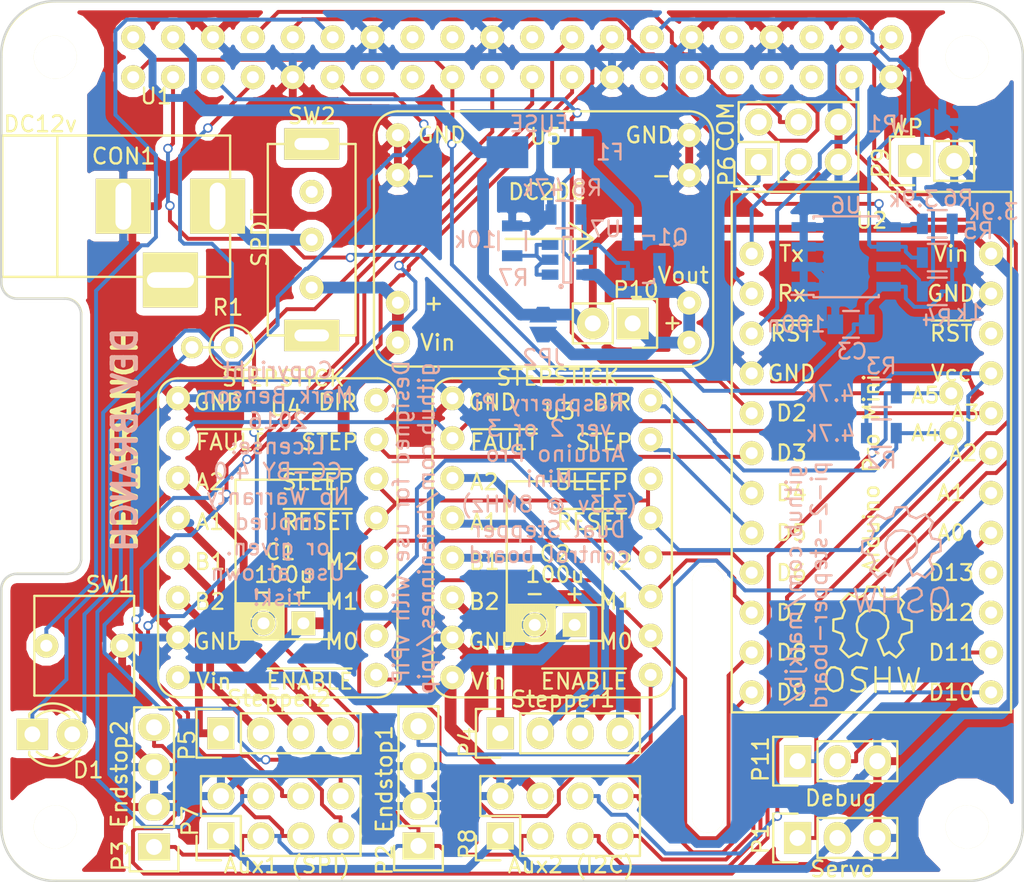
<source format=kicad_pcb>
(kicad_pcb (version 4) (host pcbnew 4.0.2-stable)
  (title_block (title "Pi 2/3 Arduino Stepper board") (date 2016-04-25) (rev DEV_BRANCH) (comment 1 "Copyright Mark Benson 2016") (comment 2 "License: CC-BY 4.0"))
  (layers (0 F.Cu signal) (31 B.Cu signal) (34 B.Paste user) (35 F.Paste user) (36 B.SilkS user) (37 F.SilkS user hide) (38 B.Mask user) (39 F.Mask user) (44 Edge.Cuts user))
  (net 0 "")
  (net 1 GND)
  (net 2 +12V)
  (net 3 "Net-(CON1-Pad3)")
  (net 4 /SERVO)
  (net 5 /ESTOP1)
  (net 6 /ESTOP2)
  (net 7 "Net-(P4-Pad1)")
  (net 8 "Net-(P4-Pad2)")
  (net 9 "Net-(P4-Pad3)")
  (net 10 "Net-(P4-Pad4)")
  (net 11 "Net-(P5-Pad1)")
  (net 12 "Net-(P5-Pad2)")
  (net 13 "Net-(P5-Pad3)")
  (net 14 "Net-(P5-Pad4)")
  (net 15 /PiTx)
  (net 16 /ArdRx)
  (net 17 /PiRx)
  (net 18 /ArdTx)
  (net 19 "Net-(U1-Pad13)")
  (net 20 "Net-(U1-Pad15)")
  (net 21 "Net-(U1-Pad16)")
  (net 22 "Net-(U1-Pad18)")
  (net 23 "Net-(U1-Pad22)")
  (net 24 "Net-(U1-Pad29)")
  (net 25 "Net-(U1-Pad31)")
  (net 26 "Net-(U1-Pad32)")
  (net 27 "Net-(U1-Pad33)")
  (net 28 "Net-(U1-Pad35)")
  (net 29 "Net-(U1-Pad36)")
  (net 30 /DIR2)
  (net 31 /STEP2)
  (net 32 /DIR1)
  (net 33 /STEP1)
  (net 34 /M2)
  (net 35 /M1)
  (net 36 /M0)
  (net 37 /ENABLE)
  (net 38 /FAULT)
  (net 39 "Net-(U2-Pad22)")
  (net 40 /3v3)
  (net 41 "Net-(CON1-Pad1)")
  (net 42 /GPIO21)
  (net 43 "Net-(SW2-Pad3)")
  (net 44 /SDA)
  (net 45 /SCL)
  (net 46 /5v)
  (net 47 /SPI0_SCLK)
  (net 48 /SPI0_MISO)
  (net 49 /SPI0_MOSI)
  (net 50 /SPI0_CE1)
  (net 51 /SPI0_CE0)
  (net 52 /Pi3v3)
  (net 53 /ID_SD)
  (net 54 /ID_SC)
  (net 55 "Net-(U2-Pad15)")
  (net 56 "Net-(U2-Pad16)")
  (net 57 /Pi5v)
  (net 58 "Net-(F1-Pad1)")
  (net 59 "Net-(Q1-Pad1)")
  (net 60 "Net-(R7-Pad1)")
  (net 61 "Net-(JP1-Pad1)")
  (net 62 /LEDB)
  (net 63 "Net-(D1-Pad2)")
  (net 64 /LEDA)
  (net 65 /GPIO20)
  (net 66 /D10)
  (net 67 /D11)
  (net 68 /GPIO18)
  (net 69 /ArdRST)
  (module custom:Pi_2_3_Hat_spec (layer F.Cu) (at 109.284 57.2135)
    (fp_text reference U1 (at -22.67 -7.1755) (layer F.SilkS))
    (fp_text value Pi2_3_GPIO hide)
    (pad "" np_thru_hole circle (at 28.956 39.37) (size 2.75 2.75) (drill 2.75) (layers *.Cu *.Mask F.SilkS) (clearance 1.725))
    (pad "" np_thru_hole circle (at -29.083 39.37) (size 2.75 2.75) (drill 2.75) (layers *.Cu *.Mask F.SilkS) (clearance 1.725))
    (pad 1 thru_hole circle (at -24.13 -8.382) (size 1.524 1.524) (drill 0.762) (layers *.Cu *.Mask F.SilkS) (net 52 /Pi3v3))
    (pad 2 thru_hole circle (at -24.13 -10.922) (size 1.524 1.524) (drill 0.762) (layers *.Cu *.Mask F.SilkS) (net 57 /Pi5v))
    (pad 3 thru_hole circle (at -21.59 -8.382) (size 1.524 1.524) (drill 0.762) (layers *.Cu *.Mask F.SilkS) (net 44 /SDA))
    (pad 4 thru_hole circle (at -21.59 -10.922) (size 1.524 1.524) (drill 0.762) (layers *.Cu *.Mask F.SilkS) (net 57 /Pi5v))
    (pad 5 thru_hole circle (at -19.05 -8.382) (size 1.524 1.524) (drill 0.762) (layers *.Cu *.Mask F.SilkS) (net 45 /SCL))
    (pad 6 thru_hole circle (at -19.05 -10.922) (size 1.524 1.524) (drill 0.762) (layers *.Cu *.Mask F.SilkS) (net 1 GND))
    (pad 7 thru_hole circle (at -16.51 -8.382) (size 1.524 1.524) (drill 0.762) (layers *.Cu *.Mask F.SilkS) (net 64 /LEDA))
    (pad 8 thru_hole circle (at -16.51 -10.922) (size 1.524 1.524) (drill 0.762) (layers *.Cu *.Mask F.SilkS) (net 15 /PiTx))
    (pad 9 thru_hole circle (at -13.97 -8.382) (size 1.524 1.524) (drill 0.762) (layers *.Cu *.Mask F.SilkS) (net 1 GND))
    (pad 10 thru_hole circle (at -13.97 -10.922) (size 1.524 1.524) (drill 0.762) (layers *.Cu *.Mask F.SilkS) (net 17 /PiRx))
    (pad 11 thru_hole circle (at -11.43 -8.382) (size 1.524 1.524) (drill 0.762) (layers *.Cu *.Mask F.SilkS) (net 62 /LEDB))
    (pad 12 thru_hole circle (at -11.43 -10.922) (size 1.524 1.524) (drill 0.762) (layers *.Cu *.Mask F.SilkS) (net 68 /GPIO18))
    (pad 13 thru_hole circle (at -8.89 -8.382) (size 1.524 1.524) (drill 0.762) (layers *.Cu *.Mask F.SilkS) (net 19 "Net-(U1-Pad13)"))
    (pad 14 thru_hole circle (at -8.89 -10.922) (size 1.524 1.524) (drill 0.762) (layers *.Cu *.Mask F.SilkS) (net 1 GND))
    (pad 15 thru_hole circle (at -6.35 -8.382) (size 1.524 1.524) (drill 0.762) (layers *.Cu *.Mask F.SilkS) (net 20 "Net-(U1-Pad15)"))
    (pad 16 thru_hole circle (at -6.35 -10.922) (size 1.524 1.524) (drill 0.762) (layers *.Cu *.Mask F.SilkS) (net 21 "Net-(U1-Pad16)"))
    (pad 17 thru_hole circle (at -3.81 -8.382) (size 1.524 1.524) (drill 0.762) (layers *.Cu *.Mask F.SilkS) (net 52 /Pi3v3))
    (pad 18 thru_hole circle (at -3.81 -10.922) (size 1.524 1.524) (drill 0.762) (layers *.Cu *.Mask F.SilkS) (net 22 "Net-(U1-Pad18)"))
    (pad 19 thru_hole circle (at -1.27 -8.382) (size 1.524 1.524) (drill 0.762) (layers *.Cu *.Mask F.SilkS) (net 49 /SPI0_MOSI))
    (pad 20 thru_hole circle (at -1.27 -10.922) (size 1.524 1.524) (drill 0.762) (layers *.Cu *.Mask F.SilkS) (net 1 GND))
    (pad 21 thru_hole circle (at 1.27 -8.382) (size 1.524 1.524) (drill 0.762) (layers *.Cu *.Mask F.SilkS) (net 48 /SPI0_MISO))
    (pad 22 thru_hole circle (at 1.27 -10.922) (size 1.524 1.524) (drill 0.762) (layers *.Cu *.Mask F.SilkS) (net 23 "Net-(U1-Pad22)"))
    (pad 23 thru_hole circle (at 3.81 -8.382) (size 1.524 1.524) (drill 0.762) (layers *.Cu *.Mask F.SilkS) (net 47 /SPI0_SCLK))
    (pad 24 thru_hole circle (at 3.81 -10.922) (size 1.524 1.524) (drill 0.762) (layers *.Cu *.Mask F.SilkS) (net 51 /SPI0_CE0))
    (pad 25 thru_hole circle (at 6.35 -8.382) (size 1.524 1.524) (drill 0.762) (layers *.Cu *.Mask F.SilkS) (net 1 GND))
    (pad 26 thru_hole circle (at 6.35 -10.922) (size 1.524 1.524) (drill 0.762) (layers *.Cu *.Mask F.SilkS) (net 50 /SPI0_CE1))
    (pad 27 thru_hole circle (at 8.89 -8.382) (size 1.524 1.524) (drill 0.762) (layers *.Cu *.Mask F.SilkS) (net 53 /ID_SD))
    (pad 28 thru_hole circle (at 8.89 -10.922) (size 1.524 1.524) (drill 0.762) (layers *.Cu *.Mask F.SilkS) (net 54 /ID_SC))
    (pad 29 thru_hole circle (at 11.43 -8.382) (size 1.524 1.524) (drill 0.762) (layers *.Cu *.Mask F.SilkS) (net 24 "Net-(U1-Pad29)"))
    (pad 30 thru_hole circle (at 11.43 -10.922) (size 1.524 1.524) (drill 0.762) (layers *.Cu *.Mask F.SilkS) (net 1 GND))
    (pad 31 thru_hole circle (at 13.97 -8.382) (size 1.524 1.524) (drill 0.762) (layers *.Cu *.Mask F.SilkS) (net 25 "Net-(U1-Pad31)"))
    (pad 32 thru_hole circle (at 13.97 -10.922) (size 1.524 1.524) (drill 0.762) (layers *.Cu *.Mask F.SilkS) (net 26 "Net-(U1-Pad32)"))
    (pad 33 thru_hole circle (at 16.51 -8.382) (size 1.524 1.524) (drill 0.762) (layers *.Cu *.Mask F.SilkS) (net 27 "Net-(U1-Pad33)"))
    (pad 34 thru_hole circle (at 16.51 -10.922) (size 1.524 1.524) (drill 0.762) (layers *.Cu *.Mask F.SilkS) (net 1 GND))
    (pad 35 thru_hole circle (at 19.05 -8.382) (size 1.524 1.524) (drill 0.762) (layers *.Cu *.Mask F.SilkS) (net 28 "Net-(U1-Pad35)"))
    (pad 36 thru_hole circle (at 19.05 -10.922) (size 1.524 1.524) (drill 0.762) (layers *.Cu *.Mask F.SilkS) (net 29 "Net-(U1-Pad36)"))
    (pad 37 thru_hole circle (at 21.59 -8.382) (size 1.524 1.524) (drill 0.762) (layers *.Cu *.Mask F.SilkS) (net 69 /ArdRST))
    (pad 38 thru_hole circle (at 21.59 -10.922) (size 1.524 1.524) (drill 0.762) (layers *.Cu *.Mask F.SilkS) (net 65 /GPIO20))
    (pad 39 thru_hole circle (at 24.13 -8.382) (size 1.524 1.524) (drill 0.762) (layers *.Cu *.Mask F.SilkS) (net 1 GND))
    (pad 40 thru_hole circle (at 24.13 -10.922) (size 1.524 1.524) (drill 0.762) (layers *.Cu *.Mask F.SilkS) (net 42 /GPIO21))
    (pad "" np_thru_hole circle (at -29.083 -9.652) (size 2.75 2.75) (drill 2.75) (layers *.Cu *.Mask F.SilkS) (clearance 1.725))
    (pad "" np_thru_hole circle (at 28.956 -9.652) (size 2.75 2.75) (drill 2.75) (layers *.Cu *.Mask F.SilkS) (clearance 1.725))
    (pad "" np_thru_hole oval (at 12.446 31.242) (size 2 17) (drill oval 2 17) (layers *.Cu *.Mask F.SilkS))
  )
  (module custom:Stepstick (layer F.Cu) (at 94.869 76.8985)
    (fp_text reference U4 (at 0.0127 -6.9977) (layer F.SilkS))
    (fp_text value STEPSTICK (at -0.1524 -8.89) (layer F.SilkS))
    (fp_text user DIR (at 3.302 -7.366) (layer F.SilkS))
    (fp_text user STEP (at 2.794 -4.826) (layer F.SilkS))
    (fp_text user ~SLEEP (at 2.032 -2.286) (layer F.SilkS))
    (fp_text user ~RESET (at 2.032 0.254) (layer F.SilkS))
    (fp_text user M2 (at 3.556 2.794) (layer F.SilkS))
    (fp_text user M1 (at 3.556 5.334) (layer F.SilkS))
    (fp_text user M0 (at 3.556 7.874) (layer F.SilkS))
    (fp_text user ~ENABLE (at 1.524 10.414) (layer F.SilkS))
    (fp_text user Vin (at -4.572 10.414) (layer F.SilkS))
    (fp_text user GND (at -4.318 7.874) (layer F.SilkS))
    (fp_text user B2 (at -4.826 5.334) (layer F.SilkS))
    (fp_text user B1 (at -4.826 2.794) (layer F.SilkS))
    (fp_text user A1 (at -4.826 0.254) (layer F.SilkS))
    (fp_text user A2 (at -4.826 -2.286) (layer F.SilkS))
    (fp_text user ~FAULT (at -3.556 -4.826) (layer F.SilkS))
    (fp_text user GND (at -4.318 -7.366) (layer F.SilkS))
    (pad 1 thru_hole circle (at -6.858 -7.62) (size 1.524 1.524) (drill 0.762) (layers *.Cu *.Mask F.SilkS) (net 1 GND))
    (pad 2 thru_hole circle (at -6.858 -5.08) (size 1.524 1.524) (drill 0.762) (layers *.Cu *.Mask F.SilkS) (net 38 /FAULT))
    (pad 3 thru_hole circle (at -6.858 -2.54) (size 1.524 1.524) (drill 0.762) (layers *.Cu *.Mask F.SilkS) (net 14 "Net-(P5-Pad4)"))
    (pad 4 thru_hole circle (at -6.858 0) (size 1.524 1.524) (drill 0.762) (layers *.Cu *.Mask F.SilkS) (net 13 "Net-(P5-Pad3)"))
    (pad 5 thru_hole circle (at -6.858 2.54) (size 1.524 1.524) (drill 0.762) (layers *.Cu *.Mask F.SilkS) (net 12 "Net-(P5-Pad2)"))
    (pad 6 thru_hole circle (at -6.858 5.08) (size 1.524 1.524) (drill 0.762) (layers *.Cu *.Mask F.SilkS) (net 11 "Net-(P5-Pad1)"))
    (pad 7 thru_hole circle (at -6.858 7.62) (size 1.524 1.524) (drill 0.762) (layers *.Cu *.Mask F.SilkS) (net 1 GND))
    (pad 8 thru_hole circle (at -6.858 10.16) (size 1.524 1.524) (drill 0.762) (layers *.Cu *.Mask F.SilkS) (net 2 +12V))
    (pad 9 thru_hole circle (at 5.762 10) (size 1.524 1.524) (drill 0.762) (layers *.Cu *.Mask F.SilkS) (net 37 /ENABLE))
    (pad 10 thru_hole circle (at 5.762 7.5) (size 1.524 1.524) (drill 0.762) (layers *.Cu *.Mask F.SilkS) (net 36 /M0))
    (pad 11 thru_hole circle (at 5.762 5) (size 1.524 1.524) (drill 0.762) (layers *.Cu *.Mask F.SilkS) (net 35 /M1))
    (pad 12 thru_hole circle (at 5.762 2.5) (size 1.524 1.524) (drill 0.762) (layers *.Cu *.Mask F.SilkS) (net 34 /M2))
    (pad 13 thru_hole circle (at 5.762 0) (size 1.524 1.524) (drill 0.762) (layers *.Cu *.Mask F.SilkS) (net 40 /3v3))
    (pad 14 thru_hole circle (at 5.762 -2.5) (size 1.524 1.524) (drill 0.762) (layers *.Cu *.Mask F.SilkS) (net 40 /3v3))
    (pad 15 thru_hole circle (at 5.762 -5) (size 1.524 1.524) (drill 0.762) (layers *.Cu *.Mask F.SilkS) (net 31 /STEP2))
    (pad 16 thru_hole circle (at 5.762 -7.5) (size 1.524 1.524) (drill 0.762) (layers *.Cu *.Mask F.SilkS) (net 30 /DIR2))
  )
  (module Pin_Headers:Pin_Header_Straight_1x02 (layer F.Cu) (at 116.952 64.5109 270)
    (fp_text reference P10 (at -2.14122 -0.20574 360) (layer F.SilkS))
    (fp_text value BK_FEED_BYPASS hide)
    (pad 1 thru_hole rect (at 0 0 270) (size 2.032 2.032) (drill 1.016) (layers *.Cu *.Mask F.SilkS) (net 46 /5v))
    (pad 2 thru_hole oval (at 0 2.54 270) (size 2.032 2.032) (drill 1.016) (layers *.Cu *.Mask F.SilkS) (net 57 /Pi5v))
  )
  (module custom:Solder_Jumper (layer B.Cu) (at 111.252 64.5871 90)
    (fp_text reference JP2 (at -2.10566 0.03302 180) (layer B.SilkS) (effects (justify mirror)))
    (fp_text value Jumper_NO_Small hide)
    (pad 1 smd trapezoid (at -0.635 0) (size 1.27 1) (rect_delta 0 -0.5) (layers B.Cu B.Paste B.Mask) (net 46 /5v))
    (pad 2 smd trapezoid (at 0.635 0 180) (size 1.27 1) (rect_delta 0 -0.5) (layers B.Cu B.Paste B.Mask) (net 57 /Pi5v))
  )
  (module custom:DSUN_DC2DC (layer F.Cu) (at 111.404 59.1312)
    (fp_text reference U5 (at 0.0004 -6.52272) (layer F.SilkS))
    (fp_text value DC2DC (at 0.102 -2.9972) (layer F.SilkS))
    (fp_text user - (at -7.62 -4.064) (layer F.SilkS))
    (fp_text user - (at 7.366 -4.064) (layer F.SilkS))
    (fp_text user + (at 8.0776 5.2959) (layer F.SilkS))
    (fp_text user + (at -7.112 4.064) (layer F.SilkS))
    (fp_text user Vout (at 8.7634 2.3241) (layer F.SilkS))
    (fp_text user Vin (at -6.858 6.604) (layer F.SilkS))
    (fp_text user GND (at 6.604 -6.604) (layer F.SilkS))
    (fp_text user GND (at -6.604 -6.604) (layer F.SilkS))
    (pad 1 thru_hole circle (at -9.398 -6.604) (size 1.524 1.524) (drill 0.762) (layers *.Cu *.Mask F.SilkS) (net 1 GND))
    (pad 2 thru_hole circle (at -9.398 -4.064) (size 1.524 1.524) (drill 0.762) (layers *.Cu *.Mask F.SilkS) (net 1 GND))
    (pad 3 thru_hole circle (at -9.398 4.064) (size 1.524 1.524) (drill 0.762) (layers *.Cu *.Mask F.SilkS) (net 2 +12V))
    (pad 4 thru_hole circle (at -9.398 6.604) (size 1.524 1.524) (drill 0.762) (layers *.Cu *.Mask F.SilkS) (net 2 +12V))
    (pad 8 thru_hole circle (at 9.144 -6.604) (size 1.524 1.524) (drill 0.762) (layers *.Cu *.Mask F.SilkS) (net 1 GND))
    (pad 7 thru_hole circle (at 9.144 -4.064) (size 1.524 1.524) (drill 0.762) (layers *.Cu *.Mask F.SilkS) (net 1 GND))
    (pad 6 thru_hole circle (at 9.144 4.064) (size 1.524 1.524) (drill 0.762) (layers *.Cu *.Mask F.SilkS) (net 46 /5v))
    (pad 5 thru_hole circle (at 9.144 6.604) (size 1.524 1.524) (drill 0.762) (layers *.Cu *.Mask F.SilkS) (net 46 /5v))
  )
  (module custom:BARREL_JACK (layer F.Cu) (at 84.328 57.0484)
    (fp_text reference CON1 (at 0.21844 -3.18008 180) (layer F.SilkS))
    (fp_text value DC12v (at -5.08 -5.2324) (layer F.SilkS))
    (pad 1 thru_hole rect (at 6.20014 0) (size 3.50012 3.50012) (drill oval 1.00076 2.99974) (layers *.Cu *.Mask F.SilkS) (net 41 "Net-(CON1-Pad1)"))
    (pad 2 thru_hole rect (at 0.20066 0) (size 3.50012 3.50012) (drill oval 1.00076 2.99974) (layers *.Cu *.Mask F.SilkS) (net 1 GND))
    (pad 3 thru_hole rect (at 3.2004 4.699) (size 3.50012 3.50012) (drill oval 2.99974 1.00076) (layers *.Cu *.Mask F.SilkS) (net 3 "Net-(CON1-Pad3)"))
  )
  (module Pin_Headers:Pin_Header_Straight_1x03 (layer F.Cu) (at 127.444 97.282 90)
    (fp_text reference P1 (at -0.0635 -2.3495 270) (layer F.SilkS))
    (fp_text value Servo (at -1.9812 2.858 180) (layer F.SilkS))
    (pad 1 thru_hole rect (at 0 0 90) (size 2.032 1.7272) (drill 1.016) (layers *.Cu *.Mask F.SilkS) (net 4 /SERVO))
    (pad 2 thru_hole oval (at 0 2.54 90) (size 2.032 1.7272) (drill 1.016) (layers *.Cu *.Mask F.SilkS) (net 57 /Pi5v))
    (pad 3 thru_hole oval (at 0 5.08 90) (size 2.032 1.7272) (drill 1.016) (layers *.Cu *.Mask F.SilkS) (net 1 GND))
  )
  (module Pin_Headers:Pin_Header_Straight_1x04 (layer F.Cu) (at 103.314 97.79 180)
    (fp_text reference P2 (at 2.159 -0.889 270) (layer F.SilkS))
    (fp_text value Endstop1 (at 2.1712 4.2672 270) (layer F.SilkS))
    (pad 1 thru_hole rect (at 0 0 180) (size 2.032 1.7272) (drill 1.016) (layers *.Cu *.Mask F.SilkS) (net 40 /3v3))
    (pad 2 thru_hole oval (at 0 2.54 180) (size 2.032 1.7272) (drill 1.016) (layers *.Cu *.Mask F.SilkS) (net 1 GND))
    (pad 3 thru_hole oval (at 0 5.08 180) (size 2.032 1.7272) (drill 1.016) (layers *.Cu *.Mask F.SilkS) (net 1 GND))
    (pad 4 thru_hole oval (at 0 7.62 180) (size 2.032 1.7272) (drill 1.016) (layers *.Cu *.Mask F.SilkS) (net 5 /ESTOP1))
  )
  (module Pin_Headers:Pin_Header_Straight_1x04 (layer F.Cu) (at 86.487 97.8535 180)
    (fp_text reference P3 (at 2.159 -0.5715 270) (layer F.SilkS))
    (fp_text value Endstop2 (at 2.2098 4.6355 270) (layer F.SilkS))
    (pad 1 thru_hole rect (at 0 0 180) (size 2.032 1.7272) (drill 1.016) (layers *.Cu *.Mask F.SilkS) (net 40 /3v3))
    (pad 2 thru_hole oval (at 0 2.54 180) (size 2.032 1.7272) (drill 1.016) (layers *.Cu *.Mask F.SilkS) (net 1 GND))
    (pad 3 thru_hole oval (at 0 5.08 180) (size 2.032 1.7272) (drill 1.016) (layers *.Cu *.Mask F.SilkS) (net 1 GND))
    (pad 4 thru_hole oval (at 0 7.62 180) (size 2.032 1.7272) (drill 1.016) (layers *.Cu *.Mask F.SilkS) (net 6 /ESTOP2))
  )
  (module Pin_Headers:Pin_Header_Straight_1x04 (layer F.Cu) (at 108.522 90.6145 90)
    (fp_text reference P4 (at -0.5715 -2.0955 270) (layer F.SilkS))
    (fp_text value Stepper1 (at 2.1717 4 180) (layer F.SilkS))
    (pad 1 thru_hole rect (at 0 0 90) (size 2.032 1.7272) (drill 1.016) (layers *.Cu *.Mask F.SilkS) (net 7 "Net-(P4-Pad1)"))
    (pad 2 thru_hole oval (at 0 2.54 90) (size 2.032 1.7272) (drill 1.016) (layers *.Cu *.Mask F.SilkS) (net 8 "Net-(P4-Pad2)"))
    (pad 3 thru_hole oval (at 0 5.08 90) (size 2.032 1.7272) (drill 1.016) (layers *.Cu *.Mask F.SilkS) (net 9 "Net-(P4-Pad3)"))
    (pad 4 thru_hole oval (at 0 7.62 90) (size 2.032 1.7272) (drill 1.016) (layers *.Cu *.Mask F.SilkS) (net 10 "Net-(P4-Pad4)"))
  )
  (module Pin_Headers:Pin_Header_Straight_1x04 (layer F.Cu) (at 90.7415 90.6145 90)
    (fp_text reference P5 (at -0.762 -2.159 270) (layer F.SilkS))
    (fp_text value Stepper2 (at 2.2225 3.6957 180) (layer F.SilkS))
    (pad 1 thru_hole rect (at 0 0 90) (size 2.032 1.7272) (drill 1.016) (layers *.Cu *.Mask F.SilkS) (net 11 "Net-(P5-Pad1)"))
    (pad 2 thru_hole oval (at 0 2.54 90) (size 2.032 1.7272) (drill 1.016) (layers *.Cu *.Mask F.SilkS) (net 12 "Net-(P5-Pad2)"))
    (pad 3 thru_hole oval (at 0 5.08 90) (size 2.032 1.7272) (drill 1.016) (layers *.Cu *.Mask F.SilkS) (net 13 "Net-(P5-Pad3)"))
    (pad 4 thru_hole oval (at 0 7.62 90) (size 2.032 1.7272) (drill 1.016) (layers *.Cu *.Mask F.SilkS) (net 14 "Net-(P5-Pad4)"))
  )
  (module Pin_Headers:Pin_Header_Straight_2x03 (layer F.Cu) (at 124.968 54.229 90)
    (fp_text reference P6 (at -0.5842 -2.032 270) (layer F.SilkS))
    (fp_text value COM (at 2.2225 -2.0955 270) (layer F.SilkS))
    (pad 1 thru_hole rect (at 0 0 90) (size 1.7272 1.7272) (drill 1.016) (layers *.Cu *.Mask F.SilkS) (net 16 /ArdRx))
    (pad 2 thru_hole oval (at 2.54 0 90) (size 1.7272 1.7272) (drill 1.016) (layers *.Cu *.Mask F.SilkS) (net 15 /PiTx))
    (pad 3 thru_hole oval (at 0 2.54 90) (size 1.7272 1.7272) (drill 1.016) (layers *.Cu *.Mask F.SilkS) (net 18 /ArdTx))
    (pad 4 thru_hole oval (at 2.54 2.54 90) (size 1.7272 1.7272) (drill 1.016) (layers *.Cu *.Mask F.SilkS) (net 17 /PiRx))
    (pad 5 thru_hole oval (at 0 5.08 90) (size 1.7272 1.7272) (drill 1.016) (layers *.Cu *.Mask F.SilkS) (net 1 GND))
    (pad 6 thru_hole oval (at 2.54 5.08 90) (size 1.7272 1.7272) (drill 1.016) (layers *.Cu *.Mask F.SilkS) (net 1 GND))
  )
  (module custom:SlideSw (layer F.Cu) (at 96.52 59.182 90)
    (fp_text reference SW2 (at 7.874 0 180) (layer F.SilkS))
    (fp_text value SPDT (at 0.127 -3.302 90) (layer F.SilkS))
    (pad 5 thru_hole rect (at 6.096 0 90) (size 2 3.5) (drill oval 0.762 2.2) (layers *.Cu *.Mask F.SilkS))
    (pad 2 thru_hole circle (at 0 0 90) (size 1.524 1.524) (drill 0.762) (layers *.Cu *.Mask F.SilkS) (net 41 "Net-(CON1-Pad1)"))
    (pad 3 thru_hole circle (at 3.048 0 90) (size 1.524 1.524) (drill 0.762) (layers *.Cu *.Mask F.SilkS) (net 43 "Net-(SW2-Pad3)"))
    (pad 1 thru_hole circle (at -3.048 0 90) (size 1.524 1.524) (drill 0.762) (layers *.Cu *.Mask F.SilkS) (net 2 +12V))
    (pad 4 thru_hole rect (at -6.096 0 90) (size 2 3.5) (drill oval 0.762 2.2) (layers *.Cu *.Mask F.SilkS))
  )
  (module custom:Arduino_Pro_Mini (layer F.Cu) (at 132.144 74.041)
    (fp_text reference U2 (at 0.01016 -16.08328) (layer F.SilkS))
    (fp_text value Arduino_Pro_Mini_3v3_8MHz hide)
    (fp_text user A5 (at 3.429 -4.953) (layer F.SilkS))
    (fp_text user A4 (at 3.429 -2.54) (layer F.SilkS))
    (fp_text user "Arduino Pro Mini" (at 0 0 90) (layer F.SilkS))
    (fp_text user Vin (at 5.08 -13.97) (layer F.SilkS))
    (fp_text user GND (at 5.08 -11.43) (layer F.SilkS))
    (fp_text user ~RST (at 5.08 -8.89) (layer F.SilkS))
    (fp_text user Vcc (at 5.08 -6.35) (layer F.SilkS))
    (fp_text user A3 (at 5.969 -3.81) (layer F.SilkS))
    (fp_text user A2 (at 5.842 -1.27) (layer F.SilkS))
    (fp_text user A1 (at 5.08 1.27) (layer F.SilkS))
    (fp_text user A0 (at 5.08 3.81) (layer F.SilkS))
    (fp_text user D13 (at 5.08 6.35) (layer F.SilkS))
    (fp_text user D12 (at 5.08 8.89) (layer F.SilkS))
    (fp_text user D11 (at 5.08 11.43) (layer F.SilkS))
    (fp_text user D10 (at 5.08 13.97) (layer F.SilkS))
    (fp_text user D9 (at -5.08 13.97) (layer F.SilkS))
    (fp_text user D8 (at -5.08 11.43) (layer F.SilkS))
    (fp_text user D7 (at -5.08 8.89) (layer F.SilkS))
    (fp_text user D6 (at -5.08 6.35) (layer F.SilkS))
    (fp_text user D5 (at -5.08 3.81) (layer F.SilkS))
    (fp_text user D4 (at -5.08 1.27) (layer F.SilkS))
    (fp_text user D3 (at -5.08 -1.27) (layer F.SilkS))
    (fp_text user D2 (at -5.08 -3.81) (layer F.SilkS))
    (fp_text user GND (at -5.08 -6.35) (layer F.SilkS))
    (fp_text user ~RST (at -5.08 -8.89) (layer F.SilkS))
    (fp_text user Rx (at -5.08 -11.43) (layer F.SilkS))
    (fp_text user Tx (at -5.08 -13.97) (layer F.SilkS))
    (pad 1 thru_hole circle (at -7.62 -13.97) (size 1.524 1.524) (drill 0.762) (layers *.Cu *.Mask F.SilkS) (net 18 /ArdTx))
    (pad 2 thru_hole circle (at -7.62 -11.43) (size 1.524 1.524) (drill 0.762) (layers *.Cu *.Mask F.SilkS) (net 16 /ArdRx))
    (pad 3 thru_hole circle (at -7.62 -8.89) (size 1.524 1.524) (drill 0.762) (layers *.Cu *.Mask F.SilkS) (net 69 /ArdRST))
    (pad 4 thru_hole circle (at -7.62 -6.35) (size 1.524 1.524) (drill 0.762) (layers *.Cu *.Mask F.SilkS) (net 1 GND))
    (pad 5 thru_hole circle (at -7.62 -3.81) (size 1.524 1.524) (drill 0.762) (layers *.Cu *.Mask F.SilkS) (net 30 /DIR2))
    (pad 6 thru_hole circle (at -7.62 -1.27) (size 1.524 1.524) (drill 0.762) (layers *.Cu *.Mask F.SilkS) (net 31 /STEP2))
    (pad 7 thru_hole circle (at -7.62 1.27) (size 1.524 1.524) (drill 0.762) (layers *.Cu *.Mask F.SilkS) (net 32 /DIR1))
    (pad 8 thru_hole circle (at -7.62 3.81) (size 1.524 1.524) (drill 0.762) (layers *.Cu *.Mask F.SilkS) (net 33 /STEP1))
    (pad 9 thru_hole circle (at -7.62 6.35) (size 1.524 1.524) (drill 0.762) (layers *.Cu *.Mask F.SilkS) (net 34 /M2))
    (pad 10 thru_hole circle (at -7.62 8.89) (size 1.524 1.524) (drill 0.762) (layers *.Cu *.Mask F.SilkS) (net 35 /M1))
    (pad 11 thru_hole circle (at -7.62 11.43) (size 1.524 1.524) (drill 0.762) (layers *.Cu *.Mask F.SilkS) (net 36 /M0))
    (pad 12 thru_hole circle (at -7.62 13.97) (size 1.524 1.524) (drill 0.762) (layers *.Cu *.Mask F.SilkS) (net 37 /ENABLE))
    (pad 13 thru_hole circle (at 7.62 13.97) (size 1.524 1.524) (drill 0.762) (layers *.Cu *.Mask F.SilkS) (net 66 /D10))
    (pad 14 thru_hole circle (at 7.62 11.43) (size 1.524 1.524) (drill 0.762) (layers *.Cu *.Mask F.SilkS) (net 67 /D11))
    (pad 15 thru_hole circle (at 7.62 8.89) (size 1.524 1.524) (drill 0.762) (layers *.Cu *.Mask F.SilkS) (net 55 "Net-(U2-Pad15)"))
    (pad 16 thru_hole circle (at 7.62 6.35) (size 1.524 1.524) (drill 0.762) (layers *.Cu *.Mask F.SilkS) (net 56 "Net-(U2-Pad16)"))
    (pad 17 thru_hole circle (at 7.62 3.81) (size 1.524 1.524) (drill 0.762) (layers *.Cu *.Mask F.SilkS) (net 4 /SERVO))
    (pad 18 thru_hole circle (at 7.62 1.27) (size 1.524 1.524) (drill 0.762) (layers *.Cu *.Mask F.SilkS) (net 5 /ESTOP1))
    (pad 19 thru_hole circle (at 7.62 -1.27) (size 1.524 1.524) (drill 0.762) (layers *.Cu *.Mask F.SilkS) (net 6 /ESTOP2))
    (pad 20 thru_hole circle (at 7.62 -3.81) (size 1.524 1.524) (drill 0.762) (layers *.Cu *.Mask F.SilkS) (net 38 /FAULT))
    (pad 21 thru_hole circle (at 7.62 -6.35) (size 1.524 1.524) (drill 0.762) (layers *.Cu *.Mask F.SilkS) (net 40 /3v3))
    (pad 22 thru_hole circle (at 7.62 -8.89) (size 1.524 1.524) (drill 0.762) (layers *.Cu *.Mask F.SilkS) (net 39 "Net-(U2-Pad22)"))
    (pad 23 thru_hole circle (at 7.62 -11.43) (size 1.524 1.524) (drill 0.762) (layers *.Cu *.Mask F.SilkS) (net 1 GND))
    (pad 24 thru_hole circle (at 7.62 -13.97) (size 1.524 1.524) (drill 0.762) (layers *.Cu *.Mask F.SilkS) (net 57 /Pi5v))
    (pad 25 thru_hole circle (at 5.08 -2.54) (size 1.524 1.524) (drill 0.762) (layers *.Cu *.Mask F.SilkS) (net 44 /SDA))
    (pad 26 thru_hole circle (at 5.08 -5.08) (size 1.524 1.524) (drill 0.762) (layers *.Cu *.Mask F.SilkS) (net 45 /SCL))
  )
  (module custom:Stepstick (layer F.Cu) (at 112.332 76.8985)
    (fp_text reference U3 (at -0.0377 -6.7818) (layer F.SilkS))
    (fp_text value STEPSTICK (at -0.152 -8.9408) (layer F.SilkS))
    (fp_text user DIR (at 3.302 -7.366) (layer F.SilkS))
    (fp_text user STEP (at 2.794 -4.826) (layer F.SilkS))
    (fp_text user ~SLEEP (at 2.032 -2.286) (layer F.SilkS))
    (fp_text user ~RESET (at 2.032 0.254) (layer F.SilkS))
    (fp_text user M2 (at 3.556 2.794) (layer F.SilkS))
    (fp_text user M1 (at 3.556 5.334) (layer F.SilkS))
    (fp_text user M0 (at 3.556 7.874) (layer F.SilkS))
    (fp_text user ~ENABLE (at 1.524 10.414) (layer F.SilkS))
    (fp_text user Vin (at -4.572 10.414) (layer F.SilkS))
    (fp_text user GND (at -4.318 7.874) (layer F.SilkS))
    (fp_text user B2 (at -4.826 5.334) (layer F.SilkS))
    (fp_text user B1 (at -4.826 2.794) (layer F.SilkS))
    (fp_text user A1 (at -4.826 0.254) (layer F.SilkS))
    (fp_text user A2 (at -4.826 -2.286) (layer F.SilkS))
    (fp_text user ~FAULT (at -3.556 -4.826) (layer F.SilkS))
    (fp_text user GND (at -4.318 -7.366) (layer F.SilkS))
    (pad 1 thru_hole circle (at -6.858 -7.62) (size 1.524 1.524) (drill 0.762) (layers *.Cu *.Mask F.SilkS) (net 1 GND))
    (pad 2 thru_hole circle (at -6.858 -5.08) (size 1.524 1.524) (drill 0.762) (layers *.Cu *.Mask F.SilkS) (net 38 /FAULT))
    (pad 3 thru_hole circle (at -6.858 -2.54) (size 1.524 1.524) (drill 0.762) (layers *.Cu *.Mask F.SilkS) (net 10 "Net-(P4-Pad4)"))
    (pad 4 thru_hole circle (at -6.858 0) (size 1.524 1.524) (drill 0.762) (layers *.Cu *.Mask F.SilkS) (net 9 "Net-(P4-Pad3)"))
    (pad 5 thru_hole circle (at -6.858 2.54) (size 1.524 1.524) (drill 0.762) (layers *.Cu *.Mask F.SilkS) (net 8 "Net-(P4-Pad2)"))
    (pad 6 thru_hole circle (at -6.858 5.08) (size 1.524 1.524) (drill 0.762) (layers *.Cu *.Mask F.SilkS) (net 7 "Net-(P4-Pad1)"))
    (pad 7 thru_hole circle (at -6.858 7.62) (size 1.524 1.524) (drill 0.762) (layers *.Cu *.Mask F.SilkS) (net 1 GND))
    (pad 8 thru_hole circle (at -6.858 10.16) (size 1.524 1.524) (drill 0.762) (layers *.Cu *.Mask F.SilkS) (net 2 +12V))
    (pad 9 thru_hole circle (at 5.762 10) (size 1.524 1.524) (drill 0.762) (layers *.Cu *.Mask F.SilkS) (net 37 /ENABLE))
    (pad 10 thru_hole circle (at 5.762 7.5) (size 1.524 1.524) (drill 0.762) (layers *.Cu *.Mask F.SilkS) (net 36 /M0))
    (pad 11 thru_hole circle (at 5.762 5) (size 1.524 1.524) (drill 0.762) (layers *.Cu *.Mask F.SilkS) (net 35 /M1))
    (pad 12 thru_hole circle (at 5.762 2.5) (size 1.524 1.524) (drill 0.762) (layers *.Cu *.Mask F.SilkS) (net 34 /M2))
    (pad 13 thru_hole circle (at 5.762 0) (size 1.524 1.524) (drill 0.762) (layers *.Cu *.Mask F.SilkS) (net 40 /3v3))
    (pad 14 thru_hole circle (at 5.762 -2.5) (size 1.524 1.524) (drill 0.762) (layers *.Cu *.Mask F.SilkS) (net 40 /3v3))
    (pad 15 thru_hole circle (at 5.762 -5) (size 1.524 1.524) (drill 0.762) (layers *.Cu *.Mask F.SilkS) (net 33 /STEP1))
    (pad 16 thru_hole circle (at 5.762 -7.5) (size 1.524 1.524) (drill 0.762) (layers *.Cu *.Mask F.SilkS) (net 32 /DIR1))
  )
  (module custom:TactSw (layer F.Cu) (at 82.042 85.0392)
    (fp_text reference SW1 (at 1.61036 -3.90144) (layer F.SilkS))
    (fp_text value SW_PUSH hide)
    (pad 2 thru_hole circle (at 2.413 0) (size 1.524 1.524) (drill 0.762) (layers *.Cu *.Mask F.SilkS) (net 1 GND))
    (pad 1 thru_hole circle (at -2.413 0) (size 1.524 1.524) (drill 0.762) (layers *.Cu *.Mask F.SilkS) (net 68 /GPIO18))
  )
  (module Pin_Headers:Pin_Header_Straight_1x02 (layer F.Cu) (at 134.874 54.1655 90)
    (fp_text reference P9 (at -0.127 -2.159 90) (layer F.SilkS))
    (fp_text value WP (at 2.1285 -0.508 180) (layer F.SilkS))
    (pad 1 thru_hole rect (at 0 0 90) (size 2.032 2.032) (drill 1.016) (layers *.Cu *.Mask F.SilkS) (net 61 "Net-(JP1-Pad1)"))
    (pad 2 thru_hole oval (at 0 2.54 90) (size 2.032 2.032) (drill 1.016) (layers *.Cu *.Mask F.SilkS) (net 1 GND))
  )
  (module Resistors_SMD:R_0805 (layer B.Cu) (at 136.337 62.4738 180)
    (fp_text reference R4 (at 0.0152 -1.6866 180) (layer B.SilkS) (effects (justify mirror)))
    (fp_text value 1k (at -2.0422 -1.331 180) (layer B.SilkS) (effects (justify mirror)))
    (pad 1 smd rect (at -0.95 0 180) (size 0.7 1.3) (layers B.Cu B.Paste B.Mask) (net 52 /Pi3v3))
    (pad 2 smd rect (at 0.95 0 180) (size 0.7 1.3) (layers B.Cu B.Paste B.Mask) (net 61 "Net-(JP1-Pad1)"))
  )
  (module Resistors_SMD:R_0805 (layer B.Cu) (at 136.337 60.3199 180)
    (fp_text reference R5 (at -2.601 1.6967 180) (layer B.SilkS) (effects (justify mirror)))
    (fp_text value 3.9k (at -3.5662 2.9159 180) (layer B.SilkS) (effects (justify mirror)))
    (pad 1 smd rect (at -0.95 0 180) (size 0.7 1.3) (layers B.Cu B.Paste B.Mask) (net 52 /Pi3v3))
    (pad 2 smd rect (at 0.95 0 180) (size 0.7 1.3) (layers B.Cu B.Paste B.Mask) (net 54 /ID_SC))
  )
  (module Resistors_SMD:R_0805 (layer B.Cu) (at 136.337 58.1711 180)
    (fp_text reference R6 (at -1.331 1.6307 180) (layer B.SilkS) (effects (justify mirror)))
    (fp_text value 3.9k (at 1.5138 1.5799 180) (layer B.SilkS) (effects (justify mirror)))
    (pad 1 smd rect (at -0.95 0 180) (size 0.7 1.3) (layers B.Cu B.Paste B.Mask) (net 52 /Pi3v3))
    (pad 2 smd rect (at 0.95 0 180) (size 0.7 1.3) (layers B.Cu B.Paste B.Mask) (net 53 /ID_SD))
  )
  (module Housings_SOIC:SOIC-8_3.9x4.9mm_Pitch1.27mm (layer B.Cu) (at 130.536 60.2691)
    (fp_text reference U6 (at -0.0054 -3.2715) (layer B.SilkS) (effects (justify mirror)))
    (fp_text value CAT24C32 hide)
    (pad 1 smd rect (at -2.7 1.905) (size 1.55 0.6) (layers B.Cu B.Paste B.Mask) (net 1 GND))
    (pad 2 smd rect (at -2.7 0.635) (size 1.55 0.6) (layers B.Cu B.Paste B.Mask) (net 1 GND))
    (pad 3 smd rect (at -2.7 -0.635) (size 1.55 0.6) (layers B.Cu B.Paste B.Mask) (net 1 GND))
    (pad 4 smd rect (at -2.7 -1.905) (size 1.55 0.6) (layers B.Cu B.Paste B.Mask) (net 1 GND))
    (pad 5 smd rect (at 2.7 -1.905) (size 1.55 0.6) (layers B.Cu B.Paste B.Mask) (net 53 /ID_SD))
    (pad 6 smd rect (at 2.7 -0.635) (size 1.55 0.6) (layers B.Cu B.Paste B.Mask) (net 54 /ID_SC))
    (pad 7 smd rect (at 2.7 0.635) (size 1.55 0.6) (layers B.Cu B.Paste B.Mask) (net 61 "Net-(JP1-Pad1)"))
    (pad 8 smd rect (at 2.7 1.905) (size 1.55 0.6) (layers B.Cu B.Paste B.Mask) (net 52 /Pi3v3))
  )
  (module custom:Cap_laying_flat_2.5mm_lead_pitch (layer F.Cu) (at 94.7217 85.8977 180)
    (fp_text reference C1 (at 0.20068 6.8275 180) (layer F.SilkS))
    (fp_text value 100u (at -0.0203 5.3797 180) (layer F.SilkS))
    (fp_text user + (at -1.27 4.318 180) (layer F.SilkS))
    (fp_text user - (at 1.27 4.318 180) (layer F.SilkS))
    (pad 1 thru_hole rect (at -1.27 2.286 180) (size 1.524 1.524) (drill 0.762) (layers *.Cu *.Mask F.SilkS) (net 2 +12V))
    (pad 2 thru_hole circle (at 1.27 2.286 180) (size 1.524 1.524) (drill 0.762) (layers *.Cu *.Mask F.SilkS) (net 1 GND))
  )
  (module custom:Cap_laying_flat_2.5mm_lead_pitch (layer F.Cu) (at 111.984 85.9993 180)
    (fp_text reference C2 (at -0.02746 6.81734 180) (layer F.SilkS))
    (fp_text value 100u (at -0.03 5.4813 180) (layer F.SilkS))
    (fp_text user + (at -1.27 4.318 180) (layer F.SilkS))
    (fp_text user - (at 1.27 4.318 180) (layer F.SilkS))
    (pad 1 thru_hole rect (at -1.27 2.286 180) (size 1.524 1.524) (drill 0.762) (layers *.Cu *.Mask F.SilkS) (net 2 +12V))
    (pad 2 thru_hole circle (at 1.27 2.286 180) (size 1.524 1.524) (drill 0.762) (layers *.Cu *.Mask F.SilkS) (net 1 GND))
  )
  (module Capacitors_SMD:C_0805 (layer B.Cu) (at 130.846 64.5719 180)
    (fp_text reference C3 (at -0.0656 -1.7221 180) (layer B.SilkS) (effects (justify mirror)))
    (fp_text value 100n (at 3.4904 0.0051 180) (layer B.SilkS) (effects (justify mirror)))
    (pad 1 smd rect (at -1 0 180) (size 1 1.25) (layers B.Cu B.Paste B.Mask) (net 52 /Pi3v3))
    (pad 2 smd rect (at 1 0 180) (size 1 1.25) (layers B.Cu B.Paste B.Mask) (net 1 GND))
  )
  (module Fuse_Holders_and_Fuses:Fuse_SMD1206_HandSoldering (layer B.Cu) (at 111.064 53.6092 180)
    (fp_text reference F1 (at -4.43996 -0.00766 180) (layer B.SilkS) (effects (justify mirror)))
    (fp_text value FUSE (at 0.066 1.7932 180) (layer B.SilkS) (effects (justify mirror)))
    (pad 1 smd rect (at -2.08534 0 90) (size 2.02946 2.65176) (layers B.Cu B.Paste B.Mask) (net 58 "Net-(F1-Pad1)"))
    (pad 2 smd rect (at 2.08534 0 90) (size 2.02946 2.65176) (layers B.Cu B.Paste B.Mask) (net 57 /Pi5v))
  )
  (module TO_SOT_Packages_SMD:SOT-23 (layer B.Cu) (at 117.655 60.4342 90)
    (fp_text reference Q1 (at 1.39698 1.84438 180) (layer B.SilkS) (effects (justify mirror)))
    (fp_text value DMG2305UX hide)
    (pad 1 smd rect (at -0.95 -1.00076 90) (size 0.8001 0.8001) (layers B.Cu B.Paste B.Mask) (net 59 "Net-(Q1-Pad1)"))
    (pad 2 smd rect (at 0.95 -1.00076 90) (size 0.8001 0.8001) (layers B.Cu B.Paste B.Mask) (net 58 "Net-(F1-Pad1)"))
    (pad 3 smd rect (at 0 0.99822 90) (size 0.8001 0.8001) (layers B.Cu B.Paste B.Mask) (net 46 /5v))
  )
  (module Resistors_SMD:R_0805 (layer B.Cu) (at 109.281 59.2531 90)
    (fp_text reference R7 (at -2.3546 0.07616 180) (layer B.SilkS) (effects (justify mirror)))
    (fp_text value 10k (at 0.0711 -2.347 180) (layer B.SilkS) (effects (justify mirror)))
    (pad 1 smd rect (at -0.95 0 90) (size 0.7 1.3) (layers B.Cu B.Paste B.Mask) (net 60 "Net-(R7-Pad1)"))
    (pad 2 smd rect (at 0.95 0 90) (size 0.7 1.3) (layers B.Cu B.Paste B.Mask) (net 1 GND))
  )
  (module Resistors_SMD:R_0805 (layer B.Cu) (at 112.7 57.5767 180)
    (fp_text reference R8 (at -1.346 1.6967 180) (layer B.SilkS) (effects (justify mirror)))
    (fp_text value 47k (at 1.448 1.6967 180) (layer B.SilkS) (effects (justify mirror)))
    (pad 1 smd rect (at -0.95 0 180) (size 0.7 1.3) (layers B.Cu B.Paste B.Mask) (net 59 "Net-(Q1-Pad1)"))
    (pad 2 smd rect (at 0.95 0 180) (size 0.7 1.3) (layers B.Cu B.Paste B.Mask) (net 1 GND))
  )
  (module TO_SOT_Packages_SMD:SOT-23-6 (layer B.Cu) (at 112.791 60.4571)
    (fp_text reference U7 (at 2.43356 -1.95074) (layer B.SilkS) (effects (justify mirror)))
    (fp_text value DMMT5401 hide)
    (pad 1 smd rect (at -1.1 0.95) (size 1.06 0.65) (layers B.Cu B.Paste B.Mask) (net 60 "Net-(R7-Pad1)"))
    (pad 2 smd rect (at -1.1 0) (size 1.06 0.65) (layers B.Cu B.Paste B.Mask) (net 60 "Net-(R7-Pad1)"))
    (pad 3 smd rect (at -1.1 -0.95) (size 1.06 0.65) (layers B.Cu B.Paste B.Mask) (net 60 "Net-(R7-Pad1)"))
    (pad 4 smd rect (at 1.1 -0.95) (size 1.06 0.65) (layers B.Cu B.Paste B.Mask) (net 59 "Net-(Q1-Pad1)"))
    (pad 6 smd rect (at 1.1 0.95) (size 1.06 0.65) (layers B.Cu B.Paste B.Mask) (net 46 /5v))
    (pad 5 smd rect (at 1.1 0) (size 1.06 0.65) (layers B.Cu B.Paste B.Mask) (net 58 "Net-(F1-Pad1)"))
  )
  (module Resistors_SMD:R_0805 (layer B.Cu) (at 132.778 71.501)
    (fp_text reference R2 (at 0.00504 1.7323) (layer B.SilkS) (effects (justify mirror)))
    (fp_text value 4.7k (at -3.236 0.0305) (layer B.SilkS) (effects (justify mirror)))
    (pad 1 smd rect (at -0.95 0) (size 0.7 1.3) (layers B.Cu B.Paste B.Mask) (net 40 /3v3))
    (pad 2 smd rect (at 0.95 0) (size 0.7 1.3) (layers B.Cu B.Paste B.Mask) (net 44 /SDA))
  )
  (module Resistors_SMD:R_0805 (layer B.Cu) (at 132.778 68.961)
    (fp_text reference R3 (at -0.00472 -1.73226) (layer B.SilkS) (effects (justify mirror)))
    (fp_text value 4.7k (at -3.261 0.0305) (layer B.SilkS) (effects (justify mirror)))
    (pad 1 smd rect (at -0.95 0) (size 0.7 1.3) (layers B.Cu B.Paste B.Mask) (net 40 /3v3))
    (pad 2 smd rect (at 0.95 0) (size 0.7 1.3) (layers B.Cu B.Paste B.Mask) (net 45 /SCL))
  )
  (module custom:Solder_Jumper (layer B.Cu) (at 136.017 51.689)
    (fp_text reference JP1 (at -2.78408 0.13718) (layer B.SilkS) (effects (justify mirror)))
    (fp_text value Jumper_NO_Small hide)
    (pad 1 smd trapezoid (at -0.635 0 270) (size 1.27 1) (rect_delta 0 -0.5) (layers B.Cu B.Paste B.Mask) (net 61 "Net-(JP1-Pad1)"))
    (pad 2 smd trapezoid (at 0.635 0 90) (size 1.27 1) (rect_delta 0 -0.5) (layers B.Cu B.Paste B.Mask) (net 1 GND))
  )
  (module LEDs:LED-3MM (layer F.Cu) (at 78.74 90.678)
    (fp_text reference D1 (at 3.556 2.286) (layer F.SilkS))
    (fp_text value Bi_colour_LED hide)
    (pad 1 thru_hole rect (at 0 0 90) (size 2 2) (drill 1.00076) (layers *.Cu *.Mask F.SilkS) (net 62 /LEDB))
    (pad 2 thru_hole circle (at 2.54 0) (size 2 2) (drill 1.00076) (layers *.Cu *.Mask F.SilkS) (net 63 "Net-(D1-Pad2)"))
  )
  (module Discret:R1 (layer F.Cu) (at 90.17 66.04 180)
    (fp_text reference R1 (at -1.016 2.54 180) (layer F.SilkS))
    (fp_text value 330R)
    (pad 1 thru_hole circle (at -1.27 0 180) (size 1.397 1.397) (drill 0.8128) (layers *.Cu *.Mask F.SilkS) (net 64 /LEDA))
    (pad 2 thru_hole circle (at 1.27 0 180) (size 1.397 1.397) (drill 0.8128) (layers *.Cu *.Mask F.SilkS) (net 63 "Net-(D1-Pad2)"))
  )
  (module Symbols:Symbol_OSHW-Logo_SilkScreen (layer B.Cu) (at 134.0612 78.6892 180)
    (fp_text reference OSH2 hide)
    (fp_text value Symbol_OSHW-Logo_SilkScreen hide)
  )
  (module Symbols:Symbol_OSHW-Logo_SilkScreen (layer F.Cu) (at 132.207 83.7565)
    (fp_text reference OSH1 hide)
    (fp_text value Symbol_OSHW-Logo_SilkScreen hide)
  )
  (module Pin_Headers:Pin_Header_Straight_2x04 (layer F.Cu) (at 90.7415 97.155 90)
    (fp_text reference P7 (at 0.9525 -1.9685 90) (layer F.SilkS))
    (fp_text value "Aux1 (SPI)" (at -1.8542 4.2037 180) (layer F.SilkS))
    (pad 1 thru_hole rect (at 0 0 90) (size 1.7272 1.7272) (drill 1.016) (layers *.Cu *.Mask F.SilkS) (net 57 /Pi5v))
    (pad 2 thru_hole oval (at 2.54 0 90) (size 1.7272 1.7272) (drill 1.016) (layers *.Cu *.Mask F.SilkS) (net 1 GND))
    (pad 3 thru_hole oval (at 0 2.54 90) (size 1.7272 1.7272) (drill 1.016) (layers *.Cu *.Mask F.SilkS) (net 40 /3v3))
    (pad 4 thru_hole oval (at 2.54 2.54 90) (size 1.7272 1.7272) (drill 1.016) (layers *.Cu *.Mask F.SilkS) (net 47 /SPI0_SCLK))
    (pad 5 thru_hole oval (at 0 5.08 90) (size 1.7272 1.7272) (drill 1.016) (layers *.Cu *.Mask F.SilkS) (net 48 /SPI0_MISO))
    (pad 6 thru_hole oval (at 2.54 5.08 90) (size 1.7272 1.7272) (drill 1.016) (layers *.Cu *.Mask F.SilkS) (net 49 /SPI0_MOSI))
    (pad 7 thru_hole oval (at 0 7.62 90) (size 1.7272 1.7272) (drill 1.016) (layers *.Cu *.Mask F.SilkS) (net 51 /SPI0_CE0))
    (pad 8 thru_hole oval (at 2.54 7.62 90) (size 1.7272 1.7272) (drill 1.016) (layers *.Cu *.Mask F.SilkS) (net 50 /SPI0_CE1))
  )
  (module Pin_Headers:Pin_Header_Straight_2x04 (layer F.Cu) (at 108.522 97.155 90)
    (fp_text reference P8 (at -0.508 -2.0955 90) (layer F.SilkS))
    (fp_text value "Aux2 (I2C)" (at -1.8542 4.508 180) (layer F.SilkS))
    (pad 1 thru_hole rect (at 0 0 90) (size 1.7272 1.7272) (drill 1.016) (layers *.Cu *.Mask F.SilkS) (net 57 /Pi5v))
    (pad 2 thru_hole oval (at 2.54 0 90) (size 1.7272 1.7272) (drill 1.016) (layers *.Cu *.Mask F.SilkS) (net 1 GND))
    (pad 3 thru_hole oval (at 0 2.54 90) (size 1.7272 1.7272) (drill 1.016) (layers *.Cu *.Mask F.SilkS) (net 40 /3v3))
    (pad 4 thru_hole oval (at 2.54 2.54 90) (size 1.7272 1.7272) (drill 1.016) (layers *.Cu *.Mask F.SilkS) (net 2 +12V))
    (pad 5 thru_hole oval (at 0 5.08 90) (size 1.7272 1.7272) (drill 1.016) (layers *.Cu *.Mask F.SilkS) (net 65 /GPIO20))
    (pad 6 thru_hole oval (at 2.54 5.08 90) (size 1.7272 1.7272) (drill 1.016) (layers *.Cu *.Mask F.SilkS) (net 42 /GPIO21))
    (pad 7 thru_hole oval (at 0 7.62 90) (size 1.7272 1.7272) (drill 1.016) (layers *.Cu *.Mask F.SilkS) (net 44 /SDA))
    (pad 8 thru_hole oval (at 2.54 7.62 90) (size 1.7272 1.7272) (drill 1.016) (layers *.Cu *.Mask F.SilkS) (net 45 /SCL))
  )
  (module Pin_Headers:Pin_Header_Straight_1x03 (layer F.Cu) (at 127.444 92.3925 90)
    (fp_text reference P11 (at 0.127 -2.3495 90) (layer F.SilkS))
    (fp_text value Debug (at -2.3495 2.7564 180) (layer F.SilkS))
    (pad 1 thru_hole rect (at 0 0 90) (size 2.032 1.7272) (drill 1.016) (layers *.Cu *.Mask F.SilkS) (net 66 /D10))
    (pad 2 thru_hole oval (at 0 2.54 90) (size 2.032 1.7272) (drill 1.016) (layers *.Cu *.Mask F.SilkS) (net 67 /D11))
    (pad 3 thru_hole oval (at 0 5.08 90) (size 2.032 1.7272) (drill 1.016) (layers *.Cu *.Mask F.SilkS) (net 1 GND))
  )
  (gr_text DEV_BRANCH (at 84.6328 71.9328 90) (layer B.SilkS) (effects (font (size 1.5 1.5) (thickness 0.3)) (justify mirror)))
  (gr_text DEV_BRANCH (at 84.6328 71.9328 90) (layer F.SilkS) (effects (font (size 1.5 1.5) (thickness 0.3))))
  (gr_text "github.com/markjb/\npi-2-stepper-board" (at 128.016 81.1784 90) (layer B.SilkS) (effects (font (size 1 1)) (justify mirror)))
  (gr_text "Designed for use with vPiP \ngithub.com/brianinnes/vpip" (at 103.0224 77.5716 90) (layer B.SilkS) (effects (font (size 1 1)) (justify mirror)))
  (gr_text "Copyright\nMark Benson\n2016\nLicense:\nCC-BY 4.0\nNo Warranty\nImplied\nor given.\nUse at own\nrisk!" (at 94.361 74.7395) (layer B.SilkS) (effects (font (size 1 1)) (justify mirror)))
  (gr_text "Raspberry Pi\nver 2 or 3\nArduino Pro \nMini\n(3.3v @ 8MHz)\nDual Stepper\ncontrol board" (at 111.633 74.422) (layer B.SilkS) (effects (font (size 1 1)) (justify mirror)))
  (gr_line (start 81.8388 79.5528) (end 81.8388 63.9064) (angle 90) (layer Edge.Cuts) (width 0.15))
  (gr_line (start 76.7588 81.4832) (end 76.7588 96.6216) (angle 90) (layer Edge.Cuts) (width 0.15))
  (gr_line (start 80.8228 80.4672) (end 77.6732 80.4672) (angle 90) (layer Edge.Cuts) (width 0.15))
  (gr_line (start 77.7748 62.9412) (end 80.772 62.9412) (angle 90) (layer Edge.Cuts) (width 0.15))
  (gr_line (start 76.7588 47.5488) (end 76.7588 61.9252) (angle 90) (layer Edge.Cuts) (width 0.15))
  (gr_line (start 138.2776 100.0252) (end 80.264 100.0252) (angle 90) (layer Edge.Cuts) (width 0.15))
  (gr_line (start 141.7828 96.52) (end 141.7828 47.5488) (angle 90) (layer Edge.Cuts) (width 0.15))
  (gr_line (start 80.1624 43.9928) (end 138.1252 43.9928) (angle 90) (layer Edge.Cuts) (width 0.15))
  (gr_line (start 80.01 43.9928) (end 80.1624 43.9928) (angle 90) (layer Edge.Cuts) (width 0.15))
  (gr_arc (start 80.1624 47.3964) (end 76.7588 47.5488) (angle 90) (layer Edge.Cuts) (width 0.15))
  (gr_arc (start 80.8736 79.502) (end 81.8388 79.5528) (angle 90) (layer Edge.Cuts) (width 0.15))
  (gr_arc (start 77.7748 61.9252) (end 77.7748 62.9412) (angle 90) (layer Edge.Cuts) (width 0.15))
  (gr_arc (start 80.8228 63.9572) (end 80.772 62.9412) (angle 90) (layer Edge.Cuts) (width 0.15))
  (gr_arc (start 77.724 81.4324) (end 76.7588 81.4832) (angle 90) (layer Edge.Cuts) (width 0.15))
  (gr_arc (start 138.2776 96.52) (end 141.7828 96.52) (angle 90) (layer Edge.Cuts) (width 0.15))
  (gr_line (start 141.7828 47.4472) (end 141.7828 47.5488) (angle 90) (layer Edge.Cuts) (width 0.15))
  (gr_arc (start 138.2268 47.5488) (end 138.1252 43.9928) (angle 90) (layer Edge.Cuts) (width 0.15))
  (gr_arc (start 80.2132 96.5708) (end 80.264 100.0252) (angle 90) (layer Edge.Cuts) (width 0.15))
  (segment (start 120.548 52.5272) (end 120.548 55.0672) (width 0.5) (layer F.Cu) (net 1))
  (segment (start 104.267 68.072) (end 105.474 69.2785) (width 0.5) (layer B.Cu) (net 1))
  (segment (start 99.3775 68.072) (end 104.267 68.072) (width 0.5) (layer B.Cu) (net 1))
  (segment (start 98.171 69.2785) (end 99.3775 68.072) (width 0.5) (layer B.Cu) (net 1))
  (segment (start 88.011 69.2785) (end 98.171 69.2785) (width 0.5) (layer B.Cu) (net 1))
  (segment (start 94.7039 82.3595) (end 93.4517 83.6117) (width 0.5) (layer B.Cu) (net 1))
  (segment (start 97.3455 82.3595) (end 94.7039 82.3595) (width 0.5) (layer B.Cu) (net 1))
  (segment (start 98.171 83.185) (end 97.3455 82.3595) (width 0.5) (layer B.Cu) (net 1))
  (segment (start 101.6 83.185) (end 98.171 83.185) (width 0.5) (layer B.Cu) (net 1))
  (segment (start 102.934 84.5185) (end 101.6 83.185) (width 0.5) (layer B.Cu) (net 1))
  (segment (start 105.474 84.5185) (end 102.934 84.5185) (width 0.5) (layer B.Cu) (net 1))
  (segment (start 137.414 52.451) (end 137.414 54.1655) (width 0.25) (layer B.Cu) (net 1))
  (segment (start 136.652 51.689) (end 137.414 52.451) (width 0.25) (layer B.Cu) (net 1))
  (segment (start 106.279 83.7133) (end 110.714 83.7133) (width 0.5) (layer B.Cu) (net 1))
  (segment (start 105.474 84.5185) (end 106.279 83.7133) (width 0.5) (layer B.Cu) (net 1))
  (segment (start 88.9178 83.6117) (end 93.4517 83.6117) (width 0.5) (layer B.Cu) (net 1))
  (segment (start 88.011 84.5185) (end 88.9178 83.6117) (width 0.5) (layer B.Cu) (net 1))
  (segment (start 84.9757 84.5185) (end 88.011 84.5185) (width 0.5) (layer B.Cu) (net 1))
  (segment (start 84.455 85.0392) (end 84.9757 84.5185) (width 0.5) (layer B.Cu) (net 1))
  (segment (start 84.455 90.7415) (end 84.455 85.0392) (width 0.5) (layer F.Cu) (net 1))
  (segment (start 86.487 92.7735) (end 84.455 90.7415) (width 0.5) (layer F.Cu) (net 1))
  (segment (start 109.982 93.1545) (end 108.522 94.615) (width 0.5) (layer B.Cu) (net 1))
  (segment (start 118.428 93.1545) (end 109.982 93.1545) (width 0.5) (layer B.Cu) (net 1))
  (segment (start 119.761 94.488) (end 118.428 93.1545) (width 0.5) (layer B.Cu) (net 1))
  (segment (start 119.761 96.393) (end 119.761 94.488) (width 0.5) (layer B.Cu) (net 1))
  (segment (start 121.031 97.663) (end 119.761 96.393) (width 0.5) (layer B.Cu) (net 1))
  (segment (start 122.428 97.663) (end 121.031 97.663) (width 0.5) (layer B.Cu) (net 1))
  (segment (start 124.968 95.123) (end 122.428 97.663) (width 0.5) (layer B.Cu) (net 1))
  (segment (start 129.794 95.123) (end 124.968 95.123) (width 0.5) (layer B.Cu) (net 1))
  (segment (start 132.524 92.3925) (end 129.794 95.123) (width 0.5) (layer B.Cu) (net 1))
  (segment (start 101.282 93.218) (end 103.314 95.25) (width 0.5) (layer B.Cu) (net 1))
  (segment (start 92.1385 93.218) (end 101.282 93.218) (width 0.5) (layer B.Cu) (net 1))
  (segment (start 90.7415 94.615) (end 92.1385 93.218) (width 0.5) (layer B.Cu) (net 1))
  (segment (start 103.95 94.615) (end 108.522 94.615) (width 0.5) (layer B.Cu) (net 1))
  (segment (start 103.314 95.25) (end 103.95 94.615) (width 0.5) (layer B.Cu) (net 1))
  (segment (start 87.1855 94.615) (end 90.7415 94.615) (width 0.5) (layer B.Cu) (net 1))
  (segment (start 86.487 95.3135) (end 87.1855 94.615) (width 0.5) (layer B.Cu) (net 1))
  (segment (start 86.487 92.7735) (end 86.487 95.3135) (width 0.5) (layer F.Cu) (net 1))
  (segment (start 103.314 92.71) (end 103.314 95.25) (width 0.5) (layer F.Cu) (net 1))
  (segment (start 132.524 92.3925) (end 132.524 97.282) (width 0.5) (layer F.Cu) (net 1))
  (segment (start 132.524 92.3925) (end 132.334 92.583) (width 0.5) (layer F.Cu) (net 1))
  (segment (start 138.43 61.2775) (end 139.764 62.611) (width 0.5) (layer B.Cu) (net 1))
  (segment (start 138.43 55.1815) (end 138.43 61.2775) (width 0.5) (layer B.Cu) (net 1))
  (segment (start 137.414 54.1655) (end 138.43 55.1815) (width 0.5) (layer B.Cu) (net 1))
  (segment (start 137.414 52.2605) (end 137.414 54.1655) (width 0.5) (layer F.Cu) (net 1))
  (segment (start 133.985 48.8315) (end 137.414 52.2605) (width 0.5) (layer F.Cu) (net 1))
  (segment (start 133.414 48.8315) (end 133.985 48.8315) (width 0.5) (layer F.Cu) (net 1))
  (segment (start 130.048 51.689) (end 130.048 54.229) (width 0.5) (layer F.Cu) (net 1))
  (segment (start 102.006 52.5272) (end 102.006 55.0672) (width 0.5) (layer F.Cu) (net 1))
  (segment (start 125.794 47.5488) (end 125.794 46.2915) (width 0.5) (layer B.Cu) (net 1))
  (segment (start 120.714 47.5488) (end 120.714 46.2915) (width 0.5) (layer B.Cu) (net 1))
  (segment (start 120.714 47.5488) (end 125.794 47.5488) (width 0.5) (layer B.Cu) (net 1))
  (segment (start 108.014 47.5488) (end 108.014 46.2915) (width 0.5) (layer B.Cu) (net 1))
  (segment (start 100.394 47.5488) (end 100.394 46.2915) (width 0.5) (layer B.Cu) (net 1))
  (segment (start 100.394 47.5488) (end 108.014 47.5488) (width 0.5) (layer B.Cu) (net 1))
  (segment (start 95.314 47.5488) (end 95.314 48.8315) (width 0.5) (layer B.Cu) (net 1))
  (segment (start 91.4913 47.5488) (end 95.314 47.5488) (width 0.5) (layer B.Cu) (net 1))
  (segment (start 90.234 46.2915) (end 91.4913 47.5488) (width 0.5) (layer B.Cu) (net 1))
  (segment (start 95.314 47.5488) (end 100.394 47.5488) (width 0.5) (layer B.Cu) (net 1))
  (segment (start 108.014 47.5488) (end 115.634 47.5488) (width 0.5) (layer B.Cu) (net 1))
  (segment (start 133.788 48.8315) (end 133.414 48.8315) (width 0.5) (layer B.Cu) (net 1))
  (segment (start 115.634 48.8315) (end 115.634 47.5488) (width 0.5) (layer B.Cu) (net 1))
  (segment (start 95.314 48.8315) (end 95.314 50.7984) (width 0.5) (layer F.Cu) (net 1))
  (segment (start 100.277 50.7984) (end 95.314 50.7984) (width 0.5) (layer F.Cu) (net 1))
  (segment (start 102.006 52.5272) (end 100.277 50.7984) (width 0.5) (layer F.Cu) (net 1))
  (segment (start 86.7291 57.0484) (end 85.1035 57.0484) (width 0.5) (layer F.Cu) (net 1))
  (segment (start 86.7291 56.6358) (end 86.7291 57.0484) (width 0.5) (layer F.Cu) (net 1))
  (segment (start 92.5665 50.7984) (end 86.7291 56.6358) (width 0.5) (layer F.Cu) (net 1))
  (segment (start 95.314 50.7984) (end 92.5665 50.7984) (width 0.5) (layer F.Cu) (net 1))
  (segment (start 119.444 51.4232) (end 120.548 52.5272) (width 0.5) (layer B.Cu) (net 1))
  (segment (start 119.444 47.5488) (end 119.444 51.4232) (width 0.5) (layer B.Cu) (net 1))
  (segment (start 127.836 59.6341) (end 128.142 59.6341) (width 0.5) (layer B.Cu) (net 1))
  (segment (start 127.836 62.1741) (end 129.061 62.1741) (width 0.5) (layer B.Cu) (net 1))
  (segment (start 129.846 64.5719) (end 129.061 64.5719) (width 0.5) (layer B.Cu) (net 1))
  (segment (start 129.061 61.6268) (end 129.061 62.1741) (width 0.5) (layer B.Cu) (net 1))
  (segment (start 128.339 60.9041) (end 129.061 61.6268) (width 0.5) (layer B.Cu) (net 1))
  (segment (start 127.836 60.9041) (end 128.339 60.9041) (width 0.5) (layer B.Cu) (net 1))
  (segment (start 127.836 58.3641) (end 128.42 58.3641) (width 0.25) (layer B.Cu) (net 1))
  (segment (start 129.061 62.1741) (end 129.061 64.5719) (width 0.5) (layer B.Cu) (net 1))
  (segment (start 125.794 47.5488) (end 129.604 47.5488) (width 0.5) (layer B.Cu) (net 1))
  (segment (start 132.131 47.5488) (end 133.414 48.8315) (width 0.5) (layer B.Cu) (net 1))
  (segment (start 129.604 47.5488) (end 132.131 47.5488) (width 0.5) (layer B.Cu) (net 1))
  (segment (start 129.604 50.8709) (end 129.604 47.5488) (width 0.5) (layer B.Cu) (net 1))
  (segment (start 130.048 51.3149) (end 129.604 50.8709) (width 0.5) (layer B.Cu) (net 1))
  (segment (start 127.643 64.5719) (end 129.061 64.5719) (width 0.5) (layer B.Cu) (net 1))
  (segment (start 124.524 67.691) (end 127.643 64.5719) (width 0.5) (layer B.Cu) (net 1))
  (segment (start 129.061 64.5719) (end 129.846 64.5719) (width 0.5) (layer B.Cu) (net 1))
  (segment (start 127.836 56.441) (end 130.048 54.229) (width 0.5) (layer B.Cu) (net 1))
  (segment (start 127.836 58.3641) (end 127.836 56.441) (width 0.5) (layer B.Cu) (net 1))
  (segment (start 127.836 60.9041) (end 127.836 59.6341) (width 0.5) (layer B.Cu) (net 1))
  (segment (start 127.836 59.6341) (end 127.836 58.3641) (width 0.5) (layer B.Cu) (net 1))
  (segment (start 115.634 47.5488) (end 119.444 47.5488) (width 0.5) (layer B.Cu) (net 1))
  (segment (start 119.444 47.5488) (end 120.714 47.5488) (width 0.5) (layer B.Cu) (net 1))
  (segment (start 84.5287 57.0484) (end 85.1035 57.0484) (width 0.5) (layer F.Cu) (net 1))
  (segment (start 130.048 51.689) (end 130.048 51.3149) (width 0.5) (layer B.Cu) (net 1))
  (segment (start 88.011 69.2785) (end 87.865 69.4245) (width 0.5) (layer F.Cu) (net 1))
  (segment (start 86.487 82.9945) (end 88.011 84.5185) (width 0.5) (layer F.Cu) (net 1))
  (segment (start 86.487 70.8025) (end 86.487 82.9945) (width 0.5) (layer F.Cu) (net 1))
  (segment (start 87.865 69.4245) (end 86.487 70.8025) (width 0.5) (layer F.Cu) (net 1))
  (segment (start 85.1035 66.6631) (end 87.865 69.4245) (width 0.5) (layer F.Cu) (net 1))
  (segment (start 85.1035 57.0484) (end 85.1035 66.6631) (width 0.5) (layer F.Cu) (net 1))
  (segment (start 87.865 69.4245) (end 88.0364 69.596) (width 0.5) (layer F.Cu) (net 1))
  (segment (start 111.75 57.5767) (end 111.062 58.2647) (width 0.5) (layer B.Cu) (net 1))
  (segment (start 119.9 51.8795) (end 120.548 52.5272) (width 0.5) (layer B.Cu) (net 1))
  (segment (start 111.57 51.8795) (end 119.9 51.8795) (width 0.5) (layer B.Cu) (net 1))
  (segment (start 111.062 52.3875) (end 111.57 51.8795) (width 0.5) (layer B.Cu) (net 1))
  (segment (start 111.062 58.2647) (end 111.062 52.3875) (width 0.5) (layer B.Cu) (net 1))
  (segment (start 111.062 58.2652) (end 111.062 58.2647) (width 0.5) (layer B.Cu) (net 1))
  (segment (start 111.024 58.3031) (end 111.062 58.2652) (width 0.5) (layer B.Cu) (net 1))
  (segment (start 109.281 58.3031) (end 111.024 58.3031) (width 0.5) (layer B.Cu) (net 1))
  (segment (start 98.552 69.1892) (end 102.006 65.7352) (width 0.75) (layer F.Cu) (net 2))
  (segment (start 98.552 82.677) (end 98.552 69.1892) (width 0.75) (layer F.Cu) (net 2))
  (segment (start 97.6173 83.6117) (end 98.552 82.677) (width 0.75) (layer F.Cu) (net 2))
  (segment (start 95.9917 83.6117) (end 97.6173 83.6117) (width 0.75) (layer F.Cu) (net 2))
  (segment (start 95.9917 83.7133) (end 92.6465 87.0585) (width 0.75) (layer B.Cu) (net 2))
  (segment (start 95.9917 83.6117) (end 95.9917 83.7133) (width 0.75) (layer B.Cu) (net 2))
  (segment (start 101.041 62.23) (end 102.006 63.1952) (width 0.75) (layer B.Cu) (net 2))
  (segment (start 96.52 62.23) (end 101.041 62.23) (width 0.75) (layer B.Cu) (net 2))
  (segment (start 95.9917 83.6117) (end 95.9663 83.6117) (width 0.75) (layer F.Cu) (net 2))
  (segment (start 113.238 83.7133) (end 113.233 83.7184) (width 0.75) (layer F.Cu) (net 2))
  (segment (start 113.254 83.7133) (end 113.238 83.7133) (width 0.75) (layer F.Cu) (net 2))
  (segment (start 95.9612 83.6117) (end 95.9612 83.6168) (width 0.75) (layer B.Cu) (net 2))
  (segment (start 95.9917 83.6117) (end 95.9612 83.6117) (width 0.75) (layer B.Cu) (net 2))
  (segment (start 102.006 65.7352) (end 102.006 63.1952) (width 0.75) (layer F.Cu) (net 2))
  (segment (start 88.011 87.0585) (end 92.6465 87.0585) (width 0.75) (layer B.Cu) (net 2))
  (segment (start 105.359 90.2175) (end 105.359 87.3754) (width 0.75) (layer F.Cu) (net 2))
  (segment (start 108.3175 93.176) (end 105.359 90.2175) (width 0.75) (layer F.Cu) (net 2))
  (segment (start 109.623 93.176) (end 108.3175 93.176) (width 0.75) (layer F.Cu) (net 2))
  (segment (start 111.062 94.615) (end 109.623 93.176) (width 0.75) (layer F.Cu) (net 2))
  (segment (start 105.359 87.3754) (end 105.334 87.4011) (width 0.75) (layer F.Cu) (net 2))
  (segment (start 105.386 87.3488) (end 105.359 87.3754) (width 0.75) (layer F.Cu) (net 2))
  (segment (start 105.474 87.0585) (end 105.4735 87.058) (width 0.75) (layer B.Cu) (net 2))
  (segment (start 104.076 88.4555) (end 105.4735 87.058) (width 0.75) (layer B.Cu) (net 2))
  (segment (start 99.3775 88.4555) (end 104.076 88.4555) (width 0.75) (layer B.Cu) (net 2))
  (segment (start 97.9805 87.0585) (end 99.3775 88.4555) (width 0.75) (layer B.Cu) (net 2))
  (segment (start 92.6465 87.0585) (end 97.9805 87.0585) (width 0.75) (layer B.Cu) (net 2))
  (segment (start 111.052 85.9155) (end 113.254 83.7133) (width 0.75) (layer B.Cu) (net 2))
  (segment (start 106.616 85.9155) (end 111.052 85.9155) (width 0.75) (layer B.Cu) (net 2))
  (segment (start 105.4735 87.058) (end 106.616 85.9155) (width 0.75) (layer B.Cu) (net 2))
  (segment (start 105.386 87.1465) (end 105.386 87.3488) (width 0.75) (layer F.Cu) (net 2))
  (segment (start 105.474 87.0585) (end 105.386 87.1465) (width 0.75) (layer F.Cu) (net 2))
  (segment (start 128.6329 88.9821) (end 128.6329 97.282) (width 0.25) (layer F.Cu) (net 4))
  (segment (start 139.764 77.851) (end 128.6329 88.9821) (width 0.25) (layer F.Cu) (net 4))
  (segment (start 127.444 97.282) (end 128.6329 97.282) (width 0.25) (layer F.Cu) (net 4))
  (segment (start 104.5029 91.3589) (end 103.314 91.3589) (width 0.25) (layer B.Cu) (net 5))
  (segment (start 105.1026 91.9586) (end 104.5029 91.3589) (width 0.25) (layer B.Cu) (net 5))
  (segment (start 116.6368 91.9586) (end 105.1026 91.9586) (width 0.25) (layer B.Cu) (net 5))
  (segment (start 119.5614 89.034) (end 116.6368 91.9586) (width 0.25) (layer B.Cu) (net 5))
  (segment (start 119.5614 81.228) (end 119.5614 89.034) (width 0.25) (layer B.Cu) (net 5))
  (segment (start 121.1627 79.6267) (end 119.5614 81.228) (width 0.25) (layer B.Cu) (net 5))
  (segment (start 122.288 79.6267) (end 121.1627 79.6267) (width 0.25) (layer B.Cu) (net 5))
  (segment (start 123.0867 80.4254) (end 122.288 79.6267) (width 0.25) (layer B.Cu) (net 5))
  (segment (start 123.0867 80.5028) (end 123.0867 80.4254) (width 0.25) (layer B.Cu) (net 5))
  (segment (start 124.1001 81.5162) (end 123.0867 80.5028) (width 0.25) (layer B.Cu) (net 5))
  (segment (start 133.5588 81.5162) (end 124.1001 81.5162) (width 0.25) (layer B.Cu) (net 5))
  (segment (start 139.764 75.311) (end 133.5588 81.5162) (width 0.25) (layer B.Cu) (net 5))
  (segment (start 103.314 90.17) (end 103.314 91.3589) (width 0.25) (layer B.Cu) (net 5))
  (segment (start 86.487 90.2335) (end 86.487 91.4224) (width 0.25) (layer F.Cu) (net 6))
  (segment (start 127.6989 84.8361) (end 139.764 72.771) (width 0.25) (layer F.Cu) (net 6))
  (segment (start 127.6989 88.966) (end 127.6989 84.8361) (width 0.25) (layer F.Cu) (net 6))
  (segment (start 125.532 91.1329) (end 127.6989 88.966) (width 0.25) (layer F.Cu) (net 6))
  (segment (start 125.532 97.2803) (end 125.532 91.1329) (width 0.25) (layer F.Cu) (net 6))
  (segment (start 123.2606 99.5517) (end 125.532 97.2803) (width 0.25) (layer F.Cu) (net 6))
  (segment (start 85.8454 99.5517) (end 123.2606 99.5517) (width 0.25) (layer F.Cu) (net 6))
  (segment (start 85.1456 98.8519) (end 85.8454 99.5517) (width 0.25) (layer F.Cu) (net 6))
  (segment (start 85.1456 96.8527) (end 85.1456 98.8519) (width 0.25) (layer F.Cu) (net 6))
  (segment (start 85.3338 96.6645) (end 85.1456 96.8527) (width 0.25) (layer F.Cu) (net 6))
  (segment (start 86.9808 96.6645) (end 85.3338 96.6645) (width 0.25) (layer F.Cu) (net 6))
  (segment (start 87.832 95.8133) (end 86.9808 96.6645) (width 0.25) (layer F.Cu) (net 6))
  (segment (start 87.832 92.2473) (end 87.832 95.8133) (width 0.25) (layer F.Cu) (net 6))
  (segment (start 87.0071 91.4224) (end 87.832 92.2473) (width 0.25) (layer F.Cu) (net 6))
  (segment (start 86.487 91.4224) (end 87.0071 91.4224) (width 0.25) (layer F.Cu) (net 6))
  (segment (start 108.522 85.0265) (end 105.474 81.9785) (width 0.5) (layer F.Cu) (net 7))
  (segment (start 108.522 90.6145) (end 108.522 85.0265) (width 0.5) (layer F.Cu) (net 7))
  (segment (start 111.1598 79.4385) (end 105.474 79.4385) (width 0.5) (layer B.Cu) (net 8))
  (segment (start 114.4664 82.7451) (end 111.1598 79.4385) (width 0.5) (layer B.Cu) (net 8))
  (segment (start 114.4664 87.2101) (end 114.4664 82.7451) (width 0.5) (layer B.Cu) (net 8))
  (segment (start 111.062 90.6145) (end 114.4664 87.2101) (width 0.5) (layer B.Cu) (net 8))
  (segment (start 113.602 90.6145) (end 113.602 89.1482) (width 0.5) (layer B.Cu) (net 9))
  (segment (start 109.9786 77.2668) (end 105.99 77.2668) (width 0.5) (layer B.Cu) (net 9))
  (segment (start 115.192 82.4802) (end 109.9786 77.2668) (width 0.5) (layer B.Cu) (net 9))
  (segment (start 115.192 87.5582) (end 115.192 82.4802) (width 0.5) (layer B.Cu) (net 9))
  (segment (start 113.602 89.1482) (end 115.192 87.5582) (width 0.5) (layer B.Cu) (net 9))
  (segment (start 105.308 77.2668) (end 105.649 77.2668) (width 0.5) (layer B.Cu) (net 9))
  (segment (start 105.649 77.2668) (end 105.99 77.2668) (width 0.5) (layer B.Cu) (net 9))
  (segment (start 105.474 77.0918) (end 105.474 76.8985) (width 0.5) (layer B.Cu) (net 9))
  (segment (start 105.649 77.2668) (end 105.474 77.0918) (width 0.5) (layer B.Cu) (net 9))
  (segment (start 108.0608 74.3585) (end 105.474 74.3585) (width 0.5) (layer B.Cu) (net 10))
  (segment (start 116.142 82.4397) (end 108.0608 74.3585) (width 0.5) (layer B.Cu) (net 10))
  (segment (start 116.142 90.6145) (end 116.142 82.4397) (width 0.5) (layer B.Cu) (net 10))
  (segment (start 89.3386 83.3061) (end 88.011 81.9785) (width 0.5) (layer F.Cu) (net 11))
  (segment (start 89.3386 90.5255) (end 89.3386 83.3061) (width 0.5) (layer F.Cu) (net 11))
  (segment (start 89.4276 90.6145) (end 89.3386 90.5255) (width 0.5) (layer F.Cu) (net 11))
  (segment (start 90.7415 90.6145) (end 89.4276 90.6145) (width 0.5) (layer F.Cu) (net 11))
  (segment (start 90.0541 81.4816) (end 88.011 79.4385) (width 0.5) (layer F.Cu) (net 12))
  (segment (start 90.0541 87.3871) (end 90.0541 81.4816) (width 0.5) (layer F.Cu) (net 12))
  (segment (start 93.2815 90.6145) (end 90.0541 87.3871) (width 0.5) (layer F.Cu) (net 12))
  (segment (start 88.0364 77.216) (end 88.3285 77.216) (width 0.5) (layer B.Cu) (net 13))
  (segment (start 88.3285 77.216) (end 88.7929 77.216) (width 0.5) (layer B.Cu) (net 13))
  (segment (start 88.3285 77.216) (end 88.011 76.8985) (width 0.5) (layer B.Cu) (net 13))
  (segment (start 90.7545 79.642) (end 88.011 76.8985) (width 0.5) (layer F.Cu) (net 13))
  (segment (start 90.7545 85.5475) (end 90.7545 79.642) (width 0.5) (layer F.Cu) (net 13))
  (segment (start 95.8215 90.6145) (end 90.7545 85.5475) (width 0.5) (layer F.Cu) (net 13))
  (segment (start 92.189 78.5365) (end 88.011 74.3585) (width 0.5) (layer F.Cu) (net 14))
  (segment (start 92.189 84.442) (end 92.189 78.5365) (width 0.5) (layer F.Cu) (net 14))
  (segment (start 98.3615 90.6145) (end 92.189 84.442) (width 0.5) (layer F.Cu) (net 14))
  (segment (start 94.3911 44.6744) (end 92.774 46.2915) (width 0.25) (layer F.Cu) (net 15))
  (segment (start 118.1449 44.6744) (end 94.3911 44.6744) (width 0.25) (layer F.Cu) (net 15))
  (segment (start 119.444 45.9735) (end 118.1449 44.6744) (width 0.25) (layer F.Cu) (net 15))
  (segment (start 119.444 46.6238) (end 119.444 45.9735) (width 0.25) (layer F.Cu) (net 15))
  (segment (start 120.1991 47.3789) (end 119.444 46.6238) (width 0.25) (layer F.Cu) (net 15))
  (segment (start 120.8637 47.3789) (end 120.1991 47.3789) (width 0.25) (layer F.Cu) (net 15))
  (segment (start 121.8014 48.3166) (end 120.8637 47.3789) (width 0.25) (layer F.Cu) (net 15))
  (segment (start 121.8014 48.9585) (end 121.8014 48.3166) (width 0.25) (layer F.Cu) (net 15))
  (segment (start 122.8926 50.0497) (end 121.8014 48.9585) (width 0.25) (layer F.Cu) (net 15))
  (segment (start 127.6764 50.0497) (end 122.8926 50.0497) (width 0.25) (layer F.Cu) (net 15))
  (segment (start 128.7126 51.0859) (end 127.6764 50.0497) (width 0.25) (layer F.Cu) (net 15))
  (segment (start 128.7126 52.1877) (end 128.7126 51.0859) (width 0.25) (layer F.Cu) (net 15))
  (segment (start 128.0223 52.878) (end 128.7126 52.1877) (width 0.25) (layer F.Cu) (net 15))
  (segment (start 126.157 52.878) (end 128.0223 52.878) (width 0.25) (layer F.Cu) (net 15))
  (segment (start 124.968 51.689) (end 126.157 52.878) (width 0.25) (layer F.Cu) (net 15))
  (segment (start 123.4238 56.9621) (end 124.968 55.4179) (width 0.25) (layer B.Cu) (net 16))
  (segment (start 123.4238 61.5108) (end 123.4238 56.9621) (width 0.25) (layer B.Cu) (net 16))
  (segment (start 124.524 62.611) (end 123.4238 61.5108) (width 0.25) (layer B.Cu) (net 16))
  (segment (start 124.968 54.229) (end 124.968 55.4179) (width 0.25) (layer B.Cu) (net 16))
  (segment (start 95.314 46.2915) (end 95.314 45.8465) (width 0.25) (layer F.Cu) (net 17))
  (segment (start 95.314 46.2915) (end 95.314 45.8465) (width 0.25) (layer F.Cu) (net 17))
  (segment (start 95.314 45.8465) (end 95.314 45.7512) (width 0.25) (layer F.Cu) (net 17))
  (segment (start 95.314 45.7512) (end 95.314 45.7195) (width 0.25) (layer F.Cu) (net 17))
  (segment (start 126.3191 51.3174) (end 126.3191 51.689) (width 0.25) (layer F.Cu) (net 17))
  (segment (start 125.5018 50.5001) (end 126.3191 51.3174) (width 0.25) (layer F.Cu) (net 17))
  (segment (start 120.7828 50.5001) (end 125.5018 50.5001) (width 0.25) (layer F.Cu) (net 17))
  (segment (start 119.444 49.1613) (end 120.7828 50.5001) (width 0.25) (layer F.Cu) (net 17))
  (segment (start 119.444 48.5455) (end 119.444 49.1613) (width 0.25) (layer F.Cu) (net 17))
  (segment (start 118.2773 47.3788) (end 119.444 48.5455) (width 0.25) (layer F.Cu) (net 17))
  (segment (start 117.7235 47.3788) (end 118.2773 47.3788) (width 0.25) (layer F.Cu) (net 17))
  (segment (start 116.7214 46.3767) (end 117.7235 47.3788) (width 0.25) (layer F.Cu) (net 17))
  (segment (start 116.7214 45.8276) (end 116.7214 46.3767) (width 0.25) (layer F.Cu) (net 17))
  (segment (start 116.0347 45.1409) (end 116.7214 45.8276) (width 0.25) (layer F.Cu) (net 17))
  (segment (start 95.9243 45.1409) (end 116.0347 45.1409) (width 0.25) (layer F.Cu) (net 17))
  (segment (start 95.314 45.7512) (end 95.9243 45.1409) (width 0.25) (layer F.Cu) (net 17))
  (segment (start 127.508 51.689) (end 126.3191 51.689) (width 0.25) (layer F.Cu) (net 17))
  (segment (start 124.524 57.213) (end 127.508 54.229) (width 0.25) (layer B.Cu) (net 18))
  (segment (start 124.524 60.071) (end 124.524 57.213) (width 0.25) (layer B.Cu) (net 18))
  (segment (start 122.4783 68.1853) (end 124.524 70.231) (width 0.25) (layer F.Cu) (net 30))
  (segment (start 101.8442 68.1853) (end 122.4783 68.1853) (width 0.25) (layer F.Cu) (net 30))
  (segment (start 100.631 69.3985) (end 101.8442 68.1853) (width 0.25) (layer F.Cu) (net 30))
  (segment (start 100.656 72.2162) (end 100.656 72.2161) (width 0.25) (layer F.Cu) (net 31))
  (segment (start 100.656 72.2161) (end 100.656 72.216) (width 0.25) (layer F.Cu) (net 31))
  (segment (start 100.656 72.2163) (end 100.656 72.2162) (width 0.25) (layer F.Cu) (net 31))
  (segment (start 100.656 72.2162) (end 100.656 72.2161) (width 0.25) (layer F.Cu) (net 31))
  (segment (start 101.4488 73.0091) (end 100.656 72.2163) (width 0.25) (layer F.Cu) (net 31))
  (segment (start 124.2859 73.0091) (end 101.4488 73.0091) (width 0.25) (layer F.Cu) (net 31))
  (segment (start 124.524 72.771) (end 124.2859 73.0091) (width 0.25) (layer F.Cu) (net 31))
  (segment (start 100.631 72.191) (end 100.631 71.8985) (width 0.25) (layer F.Cu) (net 31))
  (segment (start 100.656 72.216) (end 100.631 72.191) (width 0.25) (layer F.Cu) (net 31))
  (segment (start 117.985 70.0334) (end 117.985 69.9001) (width 0.25) (layer B.Cu) (net 32))
  (segment (start 117.985 69.7668) (end 117.928 69.7668) (width 0.25) (layer B.Cu) (net 32))
  (segment (start 117.985 69.9001) (end 117.985 69.7668) (width 0.25) (layer B.Cu) (net 32))
  (segment (start 119.0041 69.7911) (end 118.094 69.7911) (width 0.25) (layer B.Cu) (net 32))
  (segment (start 124.524 75.311) (end 119.0041 69.7911) (width 0.25) (layer B.Cu) (net 32))
  (segment (start 117.985 69.9001) (end 118.094 69.7911) (width 0.25) (layer B.Cu) (net 32))
  (segment (start 118.094 69.7911) (end 118.094 69.3985) (width 0.25) (layer B.Cu) (net 32))
  (segment (start 119.2544 72.5814) (end 118.362 72.5814) (width 0.25) (layer B.Cu) (net 33))
  (segment (start 124.524 77.851) (end 119.2544 72.5814) (width 0.25) (layer B.Cu) (net 33))
  (segment (start 118.362 72.2668) (end 118.145 72.2668) (width 0.25) (layer B.Cu) (net 33))
  (segment (start 118.362 72.5814) (end 118.362 72.2668) (width 0.25) (layer B.Cu) (net 33))
  (segment (start 118.145 72.2668) (end 117.928 72.2668) (width 0.25) (layer B.Cu) (net 33))
  (segment (start 118.094 72.2158) (end 118.094 71.8985) (width 0.25) (layer B.Cu) (net 33))
  (segment (start 118.145 72.2668) (end 118.094 72.2158) (width 0.25) (layer B.Cu) (net 33))
  (segment (start 100.656 79.716) (end 100.656 79.7159) (width 0.25) (layer F.Cu) (net 34))
  (segment (start 100.656 79.3985) (end 100.631 79.3985) (width 0.25) (layer F.Cu) (net 34))
  (segment (start 100.656 79.3985) (end 100.656 79.7159) (width 0.25) (layer F.Cu) (net 34))
  (segment (start 116.5094 78.3482) (end 117.928 79.7668) (width 0.25) (layer F.Cu) (net 34))
  (segment (start 101.7063 78.3482) (end 116.5094 78.3482) (width 0.25) (layer F.Cu) (net 34))
  (segment (start 100.656 79.3985) (end 101.7063 78.3482) (width 0.25) (layer F.Cu) (net 34))
  (segment (start 118.046 79.6484) (end 117.928 79.7668) (width 0.25) (layer F.Cu) (net 34))
  (segment (start 118.165 79.5301) (end 118.046 79.6484) (width 0.25) (layer F.Cu) (net 34))
  (segment (start 118.165 79.3985) (end 118.094 79.3985) (width 0.25) (layer F.Cu) (net 34))
  (segment (start 118.4056 79.1579) (end 118.165 79.3985) (width 0.25) (layer F.Cu) (net 34))
  (segment (start 123.2909 79.1579) (end 118.4056 79.1579) (width 0.25) (layer F.Cu) (net 34))
  (segment (start 124.524 80.391) (end 123.2909 79.1579) (width 0.25) (layer F.Cu) (net 34))
  (segment (start 118.165 79.3985) (end 118.165 79.5301) (width 0.25) (layer F.Cu) (net 34))
  (segment (start 100.656 82.2159) (end 100.656 82.216) (width 0.25) (layer F.Cu) (net 35))
  (segment (start 100.656 82.2159) (end 100.656 82.216) (width 0.25) (layer F.Cu) (net 35))
  (segment (start 100.656 82.2159) (end 100.656 82.216) (width 0.25) (layer F.Cu) (net 35))
  (segment (start 100.656 82.2158) (end 100.656 82.2159) (width 0.25) (layer F.Cu) (net 35))
  (segment (start 100.656 82.2159) (end 100.656 82.216) (width 0.25) (layer F.Cu) (net 35))
  (segment (start 100.656 82.2158) (end 100.656 82.2159) (width 0.25) (layer F.Cu) (net 35))
  (segment (start 100.656 82.2159) (end 100.656 82.216) (width 0.25) (layer F.Cu) (net 35))
  (segment (start 117.928 82.2668) (end 117.928 82.0781) (width 0.25) (layer B.Cu) (net 35))
  (segment (start 117.928 81.8985) (end 118.094 81.8985) (width 0.25) (layer B.Cu) (net 35))
  (segment (start 117.928 82.0781) (end 117.928 81.8985) (width 0.25) (layer B.Cu) (net 35))
  (segment (start 103.2152 79.3143) (end 100.631 81.8985) (width 0.25) (layer B.Cu) (net 35))
  (segment (start 103.2152 75.0525) (end 103.2152 79.3143) (width 0.25) (layer B.Cu) (net 35))
  (segment (start 105.0194 73.2483) (end 103.2152 75.0525) (width 0.25) (layer B.Cu) (net 35))
  (segment (start 109.2778 73.2483) (end 105.0194 73.2483) (width 0.25) (layer B.Cu) (net 35))
  (segment (start 117.928 81.8985) (end 109.2778 73.2483) (width 0.25) (layer B.Cu) (net 35))
  (segment (start 100.631 81.8985) (end 100.8021 82.0696) (width 0.25) (layer F.Cu) (net 35))
  (segment (start 101.154 81.7176) (end 100.8021 82.0696) (width 0.25) (layer F.Cu) (net 35))
  (segment (start 100.656 82.216) (end 101.154 81.7176) (width 0.25) (layer F.Cu) (net 35))
  (segment (start 100.656 82.2157) (end 100.656 82.2158) (width 0.25) (layer F.Cu) (net 35))
  (segment (start 100.8021 82.0696) (end 100.656 82.2157) (width 0.25) (layer F.Cu) (net 35))
  (segment (start 123.4207 81.8277) (end 124.524 82.931) (width 0.25) (layer F.Cu) (net 35))
  (segment (start 123.4207 80.7597) (end 123.4207 81.8277) (width 0.25) (layer F.Cu) (net 35))
  (segment (start 122.2693 79.6083) (end 123.4207 80.7597) (width 0.25) (layer F.Cu) (net 35))
  (segment (start 120.3842 79.6083) (end 122.2693 79.6083) (width 0.25) (layer F.Cu) (net 35))
  (segment (start 118.094 81.8985) (end 120.3842 79.6083) (width 0.25) (layer F.Cu) (net 35))
  (segment (start 104.1597 80.8698) (end 100.631 84.3985) (width 0.25) (layer F.Cu) (net 36))
  (segment (start 114.5327 80.8698) (end 104.1597 80.8698) (width 0.25) (layer F.Cu) (net 36))
  (segment (start 117.928 84.2651) (end 114.5327 80.8698) (width 0.25) (layer F.Cu) (net 36))
  (segment (start 117.928 84.2651) (end 117.928 84.4323) (width 0.25) (layer F.Cu) (net 36))
  (segment (start 117.928 84.4323) (end 117.928 84.7668) (width 0.25) (layer F.Cu) (net 36))
  (segment (start 118.0602 84.4323) (end 118.094 84.3985) (width 0.25) (layer F.Cu) (net 36))
  (segment (start 117.928 84.4323) (end 118.0602 84.4323) (width 0.25) (layer F.Cu) (net 36))
  (segment (start 117.928 84.0979) (end 117.928 84.2651) (width 0.25) (layer F.Cu) (net 36))
  (segment (start 120.2911 87.1299) (end 117.928 84.7668) (width 0.25) (layer F.Cu) (net 36))
  (segment (start 120.2911 96.4075) (end 120.2911 87.1299) (width 0.25) (layer F.Cu) (net 36))
  (segment (start 121.179 97.2954) (end 120.2911 96.4075) (width 0.25) (layer F.Cu) (net 36))
  (segment (start 122.2935 97.2954) (end 121.179 97.2954) (width 0.25) (layer F.Cu) (net 36))
  (segment (start 123.0554 96.5335) (end 122.2935 97.2954) (width 0.25) (layer F.Cu) (net 36))
  (segment (start 123.0554 86.9396) (end 123.0554 96.5335) (width 0.25) (layer F.Cu) (net 36))
  (segment (start 124.524 85.471) (end 123.0554 86.9396) (width 0.25) (layer F.Cu) (net 36))
  (segment (start 100.656 87.2158) (end 100.656 87.2159) (width 0.25) (layer F.Cu) (net 37))
  (segment (start 100.656 87.2158) (end 100.656 87.2159) (width 0.25) (layer F.Cu) (net 37))
  (segment (start 100.656 87.2159) (end 100.656 87.216) (width 0.25) (layer F.Cu) (net 37))
  (segment (start 100.681 87.1913) (end 100.656 87.2158) (width 0.25) (layer F.Cu) (net 37))
  (segment (start 118.08 87.4188) (end 118.232 87.5708) (width 0.25) (layer B.Cu) (net 37))
  (segment (start 118.094 87.4048) (end 118.094 86.8985) (width 0.25) (layer B.Cu) (net 37))
  (segment (start 118.08 87.4188) (end 118.094 87.4048) (width 0.25) (layer B.Cu) (net 37))
  (segment (start 117.928 87.2668) (end 118.08 87.4188) (width 0.25) (layer B.Cu) (net 37))
  (segment (start 100.681 86.9485) (end 100.681 87.1913) (width 0.25) (layer F.Cu) (net 37))
  (segment (start 100.631 86.8985) (end 100.681 86.9485) (width 0.25) (layer F.Cu) (net 37))
  (segment (start 123.5058 89.0292) (end 124.524 88.011) (width 0.25) (layer F.Cu) (net 37))
  (segment (start 123.5058 96.7589) (end 123.5058 89.0292) (width 0.25) (layer F.Cu) (net 37))
  (segment (start 122.5143 97.7504) (end 123.5058 96.7589) (width 0.25) (layer F.Cu) (net 37))
  (segment (start 120.9613 97.7504) (end 122.5143 97.7504) (width 0.25) (layer F.Cu) (net 37))
  (segment (start 118.2863 95.0754) (end 120.9613 97.7504) (width 0.25) (layer F.Cu) (net 37))
  (segment (start 118.2863 94.9248) (end 118.2863 95.0754) (width 0.25) (layer F.Cu) (net 37))
  (segment (start 116.2999 92.9384) (end 118.2863 94.9248) (width 0.25) (layer F.Cu) (net 37))
  (segment (start 118.094 91.1443) (end 116.2999 92.9384) (width 0.25) (layer F.Cu) (net 37))
  (segment (start 118.094 86.8985) (end 118.094 91.1443) (width 0.25) (layer F.Cu) (net 37))
  (segment (start 102.2323 87.1913) (end 100.681 87.1913) (width 0.25) (layer F.Cu) (net 37))
  (segment (start 104.6554 89.6144) (end 102.2323 87.1913) (width 0.25) (layer F.Cu) (net 37))
  (segment (start 104.6554 92.4954) (end 104.6554 89.6144) (width 0.25) (layer F.Cu) (net 37))
  (segment (start 108.045 95.885) (end 104.6554 92.4954) (width 0.25) (layer F.Cu) (net 37))
  (segment (start 111.4843 95.885) (end 108.045 95.885) (width 0.25) (layer F.Cu) (net 37))
  (segment (start 112.251 95.1183) (end 111.4843 95.885) (width 0.25) (layer F.Cu) (net 37))
  (segment (start 112.251 94.2605) (end 112.251 95.1183) (width 0.25) (layer F.Cu) (net 37))
  (segment (start 113.5731 92.9384) (end 112.251 94.2605) (width 0.25) (layer F.Cu) (net 37))
  (segment (start 116.2999 92.9384) (end 113.5731 92.9384) (width 0.25) (layer F.Cu) (net 37))
  (segment (start 106.5547 70.7378) (end 105.474 71.8185) (width 0.25) (layer F.Cu) (net 38))
  (segment (start 121.0393 70.7378) (end 106.5547 70.7378) (width 0.25) (layer F.Cu) (net 38))
  (segment (start 121.6648 71.3633) (end 121.0393 70.7378) (width 0.25) (layer F.Cu) (net 38))
  (segment (start 125.3759 71.3633) (end 121.6648 71.3633) (width 0.25) (layer F.Cu) (net 38))
  (segment (start 126.5082 70.231) (end 125.3759 71.3633) (width 0.25) (layer F.Cu) (net 38))
  (segment (start 139.764 70.231) (end 126.5082 70.231) (width 0.25) (layer F.Cu) (net 38))
  (segment (start 89.0348 70.7947) (end 88.011 71.8185) (width 0.25) (layer B.Cu) (net 38))
  (segment (start 104.4502 70.7947) (end 89.0348 70.7947) (width 0.25) (layer B.Cu) (net 38))
  (segment (start 105.474 71.8185) (end 104.4502 70.7947) (width 0.25) (layer B.Cu) (net 38))
  (segment (start 100.656 77.2161) (end 100.656 77.216) (width 0.25) (layer B.Cu) (net 40))
  (segment (start 100.656 77.2158) (end 100.656 77.216) (width 0.25) (layer F.Cu) (net 40))
  (segment (start 100.656 77.2157) (end 100.656 77.2158) (width 0.25) (layer F.Cu) (net 40))
  (segment (start 100.656 77.2158) (end 100.656 77.216) (width 0.25) (layer F.Cu) (net 40))
  (segment (start 100.9229 76.6066) (end 100.631 76.8985) (width 0.25) (layer F.Cu) (net 40))
  (segment (start 101.2655 76.6066) (end 100.9229 76.6066) (width 0.25) (layer F.Cu) (net 40))
  (segment (start 105.2093 98.344) (end 104.6553 97.79) (width 0.25) (layer F.Cu) (net 40))
  (segment (start 109.5758 98.344) (end 105.2093 98.344) (width 0.25) (layer F.Cu) (net 40))
  (segment (start 109.8731 98.0467) (end 109.5758 98.344) (width 0.25) (layer F.Cu) (net 40))
  (segment (start 109.8731 97.155) (end 109.8731 98.0467) (width 0.25) (layer F.Cu) (net 40))
  (segment (start 111.062 97.155) (end 109.8731 97.155) (width 0.25) (layer F.Cu) (net 40))
  (segment (start 117.928 74.7668) (end 117.928 75.2702) (width 0.25) (layer F.Cu) (net 40))
  (segment (start 100.656 74.4235) (end 100.656 74.716) (width 0.25) (layer F.Cu) (net 40))
  (segment (start 100.631 74.3985) (end 100.656 74.4235) (width 0.25) (layer F.Cu) (net 40))
  (segment (start 94.4704 97.5266) (end 94.4704 97.155) (width 0.25) (layer B.Cu) (net 40))
  (segment (start 95.2877 98.3439) (end 94.4704 97.5266) (width 0.25) (layer B.Cu) (net 40))
  (segment (start 101.4188 98.3439) (end 95.2877 98.3439) (width 0.25) (layer B.Cu) (net 40))
  (segment (start 101.9727 97.79) (end 101.4188 98.3439) (width 0.25) (layer B.Cu) (net 40))
  (segment (start 103.314 97.79) (end 101.9727 97.79) (width 0.25) (layer B.Cu) (net 40))
  (segment (start 93.2815 97.155) (end 94.4704 97.155) (width 0.25) (layer B.Cu) (net 40))
  (segment (start 93.2815 97.155) (end 92.0926 97.155) (width 0.25) (layer F.Cu) (net 40))
  (segment (start 86.487 97.8535) (end 87.8283 97.8535) (width 0.25) (layer F.Cu) (net 40))
  (segment (start 88.3188 98.344) (end 87.8283 97.8535) (width 0.25) (layer F.Cu) (net 40))
  (segment (start 91.7953 98.344) (end 88.3188 98.344) (width 0.25) (layer F.Cu) (net 40))
  (segment (start 92.0926 98.0467) (end 91.7953 98.344) (width 0.25) (layer F.Cu) (net 40))
  (segment (start 92.0926 97.155) (end 92.0926 98.0467) (width 0.25) (layer F.Cu) (net 40))
  (segment (start 118.094 76.8985) (end 117.928 76.8985) (width 0.25) (layer F.Cu) (net 40))
  (segment (start 117.928 76.8985) (end 117.928 77.2668) (width 0.25) (layer F.Cu) (net 40))
  (segment (start 118.094 76.8985) (end 118.094 77.2668) (width 0.25) (layer B.Cu) (net 40))
  (segment (start 118.094 77.2668) (end 117.928 77.2668) (width 0.25) (layer B.Cu) (net 40))
  (segment (start 117.928 74.5645) (end 117.928 74.7668) (width 0.25) (layer F.Cu) (net 40))
  (segment (start 118.094 74.3985) (end 117.928 74.5645) (width 0.25) (layer F.Cu) (net 40))
  (segment (start 103.8264 97.79) (end 104.6553 97.79) (width 0.25) (layer F.Cu) (net 40))
  (segment (start 117.928 76.7234) (end 117.928 76.8985) (width 0.25) (layer F.Cu) (net 40))
  (segment (start 101.875 75.9972) (end 101.875 75.9968) (width 0.25) (layer F.Cu) (net 40))
  (segment (start 101.2655 76.6066) (end 101.875 75.9972) (width 0.25) (layer F.Cu) (net 40))
  (segment (start 100.656 74.7776) (end 100.656 74.716) (width 0.25) (layer F.Cu) (net 40))
  (segment (start 101.875 75.9968) (end 100.656 74.7776) (width 0.25) (layer F.Cu) (net 40))
  (segment (start 102.0822 75.7896) (end 117.928 75.7896) (width 0.25) (layer F.Cu) (net 40))
  (segment (start 101.875 75.9968) (end 102.0822 75.7896) (width 0.25) (layer F.Cu) (net 40))
  (segment (start 117.928 76.7234) (end 117.928 75.7896) (width 0.25) (layer F.Cu) (net 40))
  (segment (start 117.928 75.7896) (end 117.928 75.2702) (width 0.25) (layer F.Cu) (net 40))
  (segment (start 100.656 77.216) (end 101.2655 76.6066) (width 0.25) (layer F.Cu) (net 40))
  (segment (start 103.8264 97.79) (end 103.314 97.79) (width 0.25) (layer F.Cu) (net 40))
  (segment (start 103.314 97.79) (end 103.314 96.6011) (width 0.25) (layer F.Cu) (net 40))
  (segment (start 131.828 71.501) (end 131.828 68.961) (width 0.25) (layer B.Cu) (net 40))
  (segment (start 133.5201 67.691) (end 139.764 67.691) (width 0.25) (layer B.Cu) (net 40))
  (segment (start 132.5033 68.7078) (end 133.5201 67.691) (width 0.25) (layer B.Cu) (net 40))
  (segment (start 132.5033 68.961) (end 132.5033 68.7078) (width 0.25) (layer B.Cu) (net 40))
  (segment (start 131.828 68.961) (end 132.5033 68.961) (width 0.25) (layer B.Cu) (net 40))
  (segment (start 118.204 77.2668) (end 118.094 77.2668) (width 0.25) (layer B.Cu) (net 40))
  (segment (start 138.3114 69.1436) (end 139.764 67.691) (width 0.25) (layer B.Cu) (net 40))
  (segment (start 138.3114 72.0071) (end 138.3114 69.1436) (width 0.25) (layer B.Cu) (net 40))
  (segment (start 131.3713 78.9472) (end 138.3114 72.0071) (width 0.25) (layer B.Cu) (net 40))
  (segment (start 119.8844 78.9472) (end 131.3713 78.9472) (width 0.25) (layer B.Cu) (net 40))
  (segment (start 118.204 77.2668) (end 119.8844 78.9472) (width 0.25) (layer B.Cu) (net 40))
  (segment (start 100.656 76.9235) (end 100.656 77.216) (width 0.25) (layer B.Cu) (net 40))
  (segment (start 100.631 76.8985) (end 100.656 76.9235) (width 0.25) (layer B.Cu) (net 40))
  (segment (start 99.5436 78.3284) (end 100.656 77.216) (width 0.25) (layer F.Cu) (net 40))
  (segment (start 99.5436 88.2443) (end 99.5436 78.3284) (width 0.25) (layer F.Cu) (net 40))
  (segment (start 100.9586 89.6593) (end 99.5436 88.2443) (width 0.25) (layer F.Cu) (net 40))
  (segment (start 100.9586 94.7658) (end 100.9586 89.6593) (width 0.25) (layer F.Cu) (net 40))
  (segment (start 102.7939 96.6011) (end 100.9586 94.7658) (width 0.25) (layer F.Cu) (net 40))
  (segment (start 103.314 96.6011) (end 102.7939 96.6011) (width 0.25) (layer F.Cu) (net 40))
  (segment (start 92.6617 59.182) (end 96.52 59.182) (width 0.75) (layer B.Cu) (net 41))
  (segment (start 90.5281 57.0484) (end 92.6617 59.182) (width 0.75) (layer B.Cu) (net 41))
  (via (at 126.1574 95.8962) (size 0.6) (layers F.Cu B.Cu) (net 42))
  (segment (start 113.602 94.615) (end 114.7909 94.615) (width 0.25) (layer B.Cu) (net 42))
  (segment (start 123.7837 98.2699) (end 126.1574 95.8962) (width 0.25) (layer B.Cu) (net 42))
  (segment (start 119.0274 98.2699) (end 123.7837 98.2699) (width 0.25) (layer B.Cu) (net 42))
  (segment (start 116.5614 95.8039) (end 119.0274 98.2699) (width 0.25) (layer B.Cu) (net 42))
  (segment (start 115.6082 95.8039) (end 116.5614 95.8039) (width 0.25) (layer B.Cu) (net 42))
  (segment (start 114.7909 94.9866) (end 115.6082 95.8039) (width 0.25) (layer B.Cu) (net 42))
  (segment (start 114.7909 94.615) (end 114.7909 94.9866) (width 0.25) (layer B.Cu) (net 42))
  (segment (start 126.1574 91.1444) (end 126.1574 95.8962) (width 0.25) (layer F.Cu) (net 42))
  (segment (start 128.1492 89.1526) (end 126.1574 91.1444) (width 0.25) (layer F.Cu) (net 42))
  (segment (start 128.1492 85.3684) (end 128.1492 89.1526) (width 0.25) (layer F.Cu) (net 42))
  (segment (start 139.4766 74.041) (end 128.1492 85.3684) (width 0.25) (layer F.Cu) (net 42))
  (segment (start 140.0782 74.041) (end 139.4766 74.041) (width 0.25) (layer F.Cu) (net 42))
  (segment (start 141.3378 72.7814) (end 140.0782 74.041) (width 0.25) (layer F.Cu) (net 42))
  (segment (start 141.3378 59.4519) (end 141.3378 72.7814) (width 0.25) (layer F.Cu) (net 42))
  (segment (start 138.1709 56.285) (end 141.3378 59.4519) (width 0.25) (layer F.Cu) (net 42))
  (segment (start 134.4779 56.285) (end 138.1709 56.285) (width 0.25) (layer F.Cu) (net 42))
  (segment (start 132.323 54.1301) (end 134.4779 56.285) (width 0.25) (layer F.Cu) (net 42))
  (segment (start 132.323 47.3825) (end 132.323 54.1301) (width 0.25) (layer F.Cu) (net 42))
  (segment (start 133.414 46.2915) (end 132.323 47.3825) (width 0.25) (layer F.Cu) (net 42))
  (via (at 87.3711 53.3722) (size 0.6) (layers F.Cu B.Cu) (net 44))
  (via (at 87.4961 57.0189) (size 0.6) (layers F.Cu B.Cu) (net 44))
  (via (at 98.9825 60.3183) (size 0.6) (layers F.Cu B.Cu) (net 44))
  (segment (start 133.728 71.501) (end 134.4033 71.501) (width 0.25) (layer B.Cu) (net 44))
  (segment (start 134.4033 71.501) (end 137.224 71.501) (width 0.25) (layer B.Cu) (net 44))
  (segment (start 116.142 97.155) (end 117.3309 97.155) (width 0.25) (layer F.Cu) (net 44))
  (segment (start 126.7759 81.9491) (end 137.224 71.501) (width 0.25) (layer F.Cu) (net 44))
  (segment (start 126.7758 81.9491) (end 126.7759 81.9491) (width 0.25) (layer F.Cu) (net 44))
  (segment (start 126.7758 88.4999) (end 126.7758 81.9491) (width 0.25) (layer F.Cu) (net 44))
  (segment (start 124.6314 90.6443) (end 126.7758 88.4999) (width 0.25) (layer F.Cu) (net 44))
  (segment (start 124.6314 96.9071) (end 124.6314 90.6443) (width 0.25) (layer F.Cu) (net 44))
  (segment (start 122.8874 98.6511) (end 124.6314 96.9071) (width 0.25) (layer F.Cu) (net 44))
  (segment (start 118.827 98.6511) (end 122.8874 98.6511) (width 0.25) (layer F.Cu) (net 44))
  (segment (start 117.3309 97.155) (end 118.827 98.6511) (width 0.25) (layer F.Cu) (net 44))
  (segment (start 87.694 48.9544) (end 87.694 48.8315) (width 0.25) (layer F.Cu) (net 44))
  (segment (start 87.694 53.0493) (end 87.3711 53.3722) (width 0.25) (layer F.Cu) (net 44))
  (segment (start 87.694 48.9544) (end 87.694 53.0493) (width 0.25) (layer F.Cu) (net 44))
  (segment (start 87.3711 56.8939) (end 87.4961 57.0189) (width 0.25) (layer B.Cu) (net 44))
  (segment (start 87.3711 53.3722) (end 87.3711 56.8939) (width 0.25) (layer B.Cu) (net 44))
  (segment (start 133.728 71.501) (end 133.728 72.4763) (width 0.25) (layer B.Cu) (net 44))
  (segment (start 99.1575 60.1433) (end 98.9825 60.3183) (width 0.25) (layer B.Cu) (net 44))
  (segment (start 103.3848 60.1433) (end 99.1575 60.1433) (width 0.25) (layer B.Cu) (net 44))
  (segment (start 111.1559 67.9144) (end 103.3848 60.1433) (width 0.25) (layer B.Cu) (net 44))
  (segment (start 118.1552 67.9144) (end 111.1559 67.9144) (width 0.25) (layer B.Cu) (net 44))
  (segment (start 122.1668 71.926) (end 118.1552 67.9144) (width 0.25) (layer B.Cu) (net 44))
  (segment (start 122.1668 72.0237) (end 122.1668 71.926) (width 0.25) (layer B.Cu) (net 44))
  (segment (start 124.0203 73.8772) (end 122.1668 72.0237) (width 0.25) (layer B.Cu) (net 44))
  (segment (start 132.3271 73.8772) (end 124.0203 73.8772) (width 0.25) (layer B.Cu) (net 44))
  (segment (start 133.728 72.4763) (end 132.3271 73.8772) (width 0.25) (layer B.Cu) (net 44))
  (segment (start 96.0389 60.3183) (end 98.9825 60.3183) (width 0.25) (layer F.Cu) (net 44))
  (segment (start 94.8445 59.1239) (end 96.0389 60.3183) (width 0.25) (layer F.Cu) (net 44))
  (segment (start 88.6433 59.1239) (end 94.8445 59.1239) (width 0.25) (layer F.Cu) (net 44))
  (segment (start 87.4961 57.9767) (end 88.6433 59.1239) (width 0.25) (layer F.Cu) (net 44))
  (segment (start 87.4961 57.0189) (end 87.4961 57.9767) (width 0.25) (layer F.Cu) (net 44))
  (via (at 132.1776 72.7634) (size 0.6) (layers F.Cu B.Cu) (net 45))
  (via (at 113.4225 51.1039) (size 0.6) (layers F.Cu B.Cu) (net 45))
  (segment (start 133.728 68.961) (end 134.4033 68.961) (width 0.25) (layer B.Cu) (net 45))
  (segment (start 137.224 68.961) (end 134.4033 68.961) (width 0.25) (layer B.Cu) (net 45))
  (segment (start 133.0527 71.8883) (end 133.0527 68.961) (width 0.25) (layer B.Cu) (net 45))
  (segment (start 132.1776 72.7634) (end 133.0527 71.8883) (width 0.25) (layer B.Cu) (net 45))
  (segment (start 116.142 94.615) (end 117.3309 94.615) (width 0.25) (layer F.Cu) (net 45))
  (segment (start 133.728 68.961) (end 133.0527 68.961) (width 0.25) (layer B.Cu) (net 45))
  (segment (start 125.6114 79.3296) (end 132.1776 72.7634) (width 0.25) (layer F.Cu) (net 45))
  (segment (start 125.6114 88.9697) (end 125.6114 79.3296) (width 0.25) (layer F.Cu) (net 45))
  (segment (start 124.1811 90.4) (end 125.6114 88.9697) (width 0.25) (layer F.Cu) (net 45))
  (segment (start 124.1811 96.7205) (end 124.1811 90.4) (width 0.25) (layer F.Cu) (net 45))
  (segment (start 122.7008 98.2008) (end 124.1811 96.7205) (width 0.25) (layer F.Cu) (net 45))
  (segment (start 120.7575 98.2008) (end 122.7008 98.2008) (width 0.25) (layer F.Cu) (net 45))
  (segment (start 117.3309 94.7742) (end 120.7575 98.2008) (width 0.25) (layer F.Cu) (net 45))
  (segment (start 117.3309 94.615) (end 117.3309 94.7742) (width 0.25) (layer F.Cu) (net 45))
  (segment (start 112.5582 50.2396) (end 113.4225 51.1039) (width 0.25) (layer B.Cu) (net 45))
  (segment (start 91.6421 50.2396) (end 112.5582 50.2396) (width 0.25) (layer B.Cu) (net 45))
  (segment (start 90.234 48.8315) (end 91.6421 50.2396) (width 0.25) (layer B.Cu) (net 45))
  (segment (start 113.0686 51.4578) (end 113.4225 51.1039) (width 0.25) (layer F.Cu) (net 45))
  (segment (start 113.0686 65.0958) (end 113.0686 51.4578) (width 0.25) (layer F.Cu) (net 45))
  (segment (start 114.9257 66.9529) (end 113.0686 65.0958) (width 0.25) (layer F.Cu) (net 45))
  (segment (start 121.8828 66.9529) (end 114.9257 66.9529) (width 0.25) (layer F.Cu) (net 45))
  (segment (start 123.8909 68.961) (end 121.8828 66.9529) (width 0.25) (layer F.Cu) (net 45))
  (segment (start 137.224 68.961) (end 123.8909 68.961) (width 0.25) (layer F.Cu) (net 45))
  (segment (start 117.693 66.487) (end 118.445 65.7352) (width 0.75) (layer B.Cu) (net 46))
  (segment (start 113.121 66.487) (end 117.693 66.487) (width 0.75) (layer B.Cu) (net 46))
  (segment (start 111.857 65.2221) (end 113.121 66.487) (width 0.75) (layer B.Cu) (net 46))
  (segment (start 111.252 65.2221) (end 111.857 65.2221) (width 0.75) (layer B.Cu) (net 46))
  (segment (start 120.548 65.7352) (end 120.548 63.1952) (width 0.75) (layer B.Cu) (net 46))
  (segment (start 119.865 62.5119) (end 120.548 63.1952) (width 0.75) (layer B.Cu) (net 46))
  (segment (start 118.204 62.5119) (end 119.865 62.5119) (width 0.75) (layer B.Cu) (net 46))
  (segment (start 115.753 62.5119) (end 118.204 62.5119) (width 0.75) (layer B.Cu) (net 46))
  (segment (start 114.648 61.4071) (end 115.753 62.5119) (width 0.75) (layer B.Cu) (net 46))
  (segment (start 113.891 61.4071) (end 114.648 61.4071) (width 0.75) (layer B.Cu) (net 46))
  (segment (start 120.823 62.9206) (end 120.686 63.0579) (width 0.25) (layer F.Cu) (net 46))
  (segment (start 120.548 65.7352) (end 118.445 65.7352) (width 0.75) (layer B.Cu) (net 46))
  (segment (start 118.176 65.7352) (end 116.952 64.5109) (width 0.75) (layer B.Cu) (net 46))
  (segment (start 118.445 65.7352) (end 118.176 65.7352) (width 0.75) (layer B.Cu) (net 46))
  (segment (start 120.548 63.1952) (end 120.5481 63.1953) (width 0.5) (layer F.Cu) (net 46))
  (segment (start 120.686 63.0579) (end 120.5481 63.1953) (width 0.5) (layer F.Cu) (net 46))
  (segment (start 120.5481 63.1953) (end 120.548 63.1954) (width 0.5) (layer F.Cu) (net 46))
  (segment (start 118.653 60.4342) (end 118.653 61.2484) (width 0.75) (layer B.Cu) (net 46))
  (segment (start 118.653 62.0627) (end 118.204 62.5119) (width 0.75) (layer B.Cu) (net 46))
  (segment (start 118.653 61.2484) (end 118.653 62.0627) (width 0.75) (layer B.Cu) (net 46))
  (segment (start 118.6532 61.2482) (end 118.6532 60.4342) (width 0.5) (layer B.Cu) (net 46))
  (segment (start 118.653 61.2484) (end 118.6532 61.2482) (width 0.5) (layer B.Cu) (net 46))
  (via (at 102.0771 60.8257) (size 0.6) (layers F.Cu B.Cu) (net 47))
  (segment (start 103.119 61.8676) (end 102.0771 60.8257) (width 0.25) (layer B.Cu) (net 47))
  (segment (start 103.119 63.6273) (end 103.119 61.8676) (width 0.25) (layer B.Cu) (net 47))
  (segment (start 102.2811 64.4652) (end 103.119 63.6273) (width 0.25) (layer B.Cu) (net 47))
  (segment (start 101.5518 64.4652) (end 102.2811 64.4652) (width 0.25) (layer B.Cu) (net 47))
  (segment (start 97.904 68.113) (end 101.5518 64.4652) (width 0.25) (layer B.Cu) (net 47))
  (segment (start 87.5697 68.113) (end 97.904 68.113) (width 0.25) (layer B.Cu) (net 47))
  (segment (start 84.37 71.3127) (end 87.5697 68.113) (width 0.25) (layer B.Cu) (net 47))
  (segment (start 84.37 81.3967) (end 84.37 71.3127) (width 0.25) (layer B.Cu) (net 47))
  (segment (start 82.8766 82.8901) (end 84.37 81.3967) (width 0.25) (layer B.Cu) (net 47))
  (segment (start 82.8766 93.5423) (end 82.8766 82.8901) (width 0.25) (layer B.Cu) (net 47))
  (segment (start 85.9115 96.5772) (end 82.8766 93.5423) (width 0.25) (layer B.Cu) (net 47))
  (segment (start 88.3335 96.5772) (end 85.9115 96.5772) (width 0.25) (layer B.Cu) (net 47))
  (segment (start 89.1068 95.8039) (end 88.3335 96.5772) (width 0.25) (layer B.Cu) (net 47))
  (segment (start 91.2753 95.8039) (end 89.1068 95.8039) (width 0.25) (layer B.Cu) (net 47))
  (segment (start 92.0926 94.9866) (end 91.2753 95.8039) (width 0.25) (layer B.Cu) (net 47))
  (segment (start 92.0926 94.615) (end 92.0926 94.9866) (width 0.25) (layer B.Cu) (net 47))
  (segment (start 113.094 49.8088) (end 113.094 48.8315) (width 0.25) (layer F.Cu) (net 47))
  (segment (start 102.0771 60.8257) (end 113.094 49.8088) (width 0.25) (layer F.Cu) (net 47))
  (segment (start 93.2815 94.615) (end 92.0926 94.615) (width 0.25) (layer B.Cu) (net 47))
  (via (at 91.0971 75.3933) (size 0.6) (layers F.Cu B.Cu) (net 48))
  (via (at 85.3416 83.3594) (size 0.6) (layers F.Cu B.Cu) (net 48))
  (segment (start 110.63 48.9075) (end 110.554 48.8315) (width 0.25) (layer B.Cu) (net 48))
  (segment (start 95.8215 97.155) (end 94.6326 97.155) (width 0.25) (layer F.Cu) (net 48))
  (segment (start 85.3416 83.9123) (end 85.3416 83.3594) (width 0.25) (layer F.Cu) (net 48))
  (segment (start 85.6546 84.2253) (end 85.3416 83.9123) (width 0.25) (layer F.Cu) (net 48))
  (segment (start 85.6546 87.0584) (end 85.6546 84.2253) (width 0.25) (layer F.Cu) (net 48))
  (segment (start 88.1485 89.5523) (end 85.6546 87.0584) (width 0.25) (layer F.Cu) (net 48))
  (segment (start 88.1485 91.1453) (end 88.1485 89.5523) (width 0.25) (layer F.Cu) (net 48))
  (segment (start 89.658 92.6548) (end 88.1485 91.1453) (width 0.25) (layer F.Cu) (net 48))
  (segment (start 90.5135 92.6548) (end 89.658 92.6548) (width 0.25) (layer F.Cu) (net 48))
  (segment (start 92.0925 94.2338) (end 90.5135 92.6548) (width 0.25) (layer F.Cu) (net 48))
  (segment (start 92.0925 95.1293) (end 92.0925 94.2338) (width 0.25) (layer F.Cu) (net 48))
  (segment (start 92.9293 95.9661) (end 92.0925 95.1293) (width 0.25) (layer F.Cu) (net 48))
  (segment (start 93.8153 95.9661) (end 92.9293 95.9661) (width 0.25) (layer F.Cu) (net 48))
  (segment (start 94.6326 96.7834) (end 93.8153 95.9661) (width 0.25) (layer F.Cu) (net 48))
  (segment (start 94.6326 97.155) (end 94.6326 96.7834) (width 0.25) (layer F.Cu) (net 48))
  (segment (start 91.0971 75.7534) (end 91.0971 75.3933) (width 0.25) (layer B.Cu) (net 48))
  (segment (start 88.8504 78.0001) (end 91.0971 75.7534) (width 0.25) (layer B.Cu) (net 48))
  (segment (start 87.8462 78.0001) (end 88.8504 78.0001) (width 0.25) (layer B.Cu) (net 48))
  (segment (start 85.6883 80.158) (end 87.8462 78.0001) (width 0.25) (layer B.Cu) (net 48))
  (segment (start 85.6883 83.0127) (end 85.6883 80.158) (width 0.25) (layer B.Cu) (net 48))
  (segment (start 85.3416 83.3594) (end 85.6883 83.0127) (width 0.25) (layer B.Cu) (net 48))
  (segment (start 91.0971 73.5857) (end 91.0971 75.3933) (width 0.25) (layer F.Cu) (net 48))
  (segment (start 92.1428 72.54) (end 91.0971 73.5857) (width 0.25) (layer F.Cu) (net 48))
  (segment (start 92.6348 72.54) (end 92.1428 72.54) (width 0.25) (layer F.Cu) (net 48))
  (segment (start 99.4198 65.755) (end 92.6348 72.54) (width 0.25) (layer F.Cu) (net 48))
  (segment (start 99.4198 61.6583) (end 99.4198 65.755) (width 0.25) (layer F.Cu) (net 48))
  (segment (start 110.554 50.5241) (end 99.4198 61.6583) (width 0.25) (layer F.Cu) (net 48))
  (segment (start 110.554 48.8315) (end 110.554 50.5241) (width 0.25) (layer F.Cu) (net 48))
  (via (at 86.105 83.7663) (size 0.6) (layers F.Cu B.Cu) (net 49))
  (via (at 92.8501 71.4402) (size 0.6) (layers F.Cu B.Cu) (net 49))
  (segment (start 95.8215 94.615) (end 94.6326 94.615) (width 0.25) (layer F.Cu) (net 49))
  (segment (start 86.105 86.8138) (end 86.105 83.7663) (width 0.25) (layer F.Cu) (net 49))
  (segment (start 88.6478 89.3566) (end 86.105 86.8138) (width 0.25) (layer F.Cu) (net 49))
  (segment (start 88.6478 90.9366) (end 88.6478 89.3566) (width 0.25) (layer F.Cu) (net 49))
  (segment (start 89.7691 92.0579) (end 88.6478 90.9366) (width 0.25) (layer F.Cu) (net 49))
  (segment (start 92.447 92.0579) (end 89.7691 92.0579) (width 0.25) (layer F.Cu) (net 49))
  (segment (start 94.6326 94.2435) (end 92.447 92.0579) (width 0.25) (layer F.Cu) (net 49))
  (segment (start 94.6326 94.615) (end 94.6326 94.2435) (width 0.25) (layer F.Cu) (net 49))
  (segment (start 93.0271 71.6172) (end 92.8501 71.4402) (width 0.25) (layer B.Cu) (net 49))
  (segment (start 93.0271 78.5003) (end 93.0271 71.6172) (width 0.25) (layer B.Cu) (net 49))
  (segment (start 88.3731 83.1543) (end 93.0271 78.5003) (width 0.25) (layer B.Cu) (net 49))
  (segment (start 86.717 83.1543) (end 88.3731 83.1543) (width 0.25) (layer B.Cu) (net 49))
  (segment (start 86.105 83.7663) (end 86.717 83.1543) (width 0.25) (layer B.Cu) (net 49))
  (segment (start 92.8501 65.701) (end 92.8501 71.4402) (width 0.25) (layer F.Cu) (net 49))
  (segment (start 94.945 63.6061) (end 92.8501 65.701) (width 0.25) (layer F.Cu) (net 49))
  (segment (start 96.717 63.6061) (end 94.945 63.6061) (width 0.25) (layer F.Cu) (net 49))
  (segment (start 108.014 52.3091) (end 96.717 63.6061) (width 0.25) (layer F.Cu) (net 49))
  (segment (start 108.014 48.8315) (end 108.014 52.3091) (width 0.25) (layer F.Cu) (net 49))
  (segment (start 98.3615 94.615) (end 98.3615 93.4261) (width 0.25) (layer F.Cu) (net 50))
  (segment (start 114.3833 47.5422) (end 115.634 46.2915) (width 0.25) (layer F.Cu) (net 50))
  (segment (start 114.3833 49.2047) (end 114.3833 47.5422) (width 0.25) (layer F.Cu) (net 50))
  (segment (start 102.7024 60.8856) (end 114.3833 49.2047) (width 0.25) (layer F.Cu) (net 50))
  (segment (start 102.7024 61.0848) (end 102.7024 60.8856) (width 0.25) (layer F.Cu) (net 50))
  (segment (start 102.3362 61.451) (end 102.7024 61.0848) (width 0.25) (layer F.Cu) (net 50))
  (segment (start 102.137 61.451) (end 102.3362 61.451) (width 0.25) (layer F.Cu) (net 50))
  (segment (start 100.9071 62.6809) (end 102.137 61.451) (width 0.25) (layer F.Cu) (net 50))
  (segment (start 100.9071 65.8436) (end 100.9071 62.6809) (width 0.25) (layer F.Cu) (net 50))
  (segment (start 94.8449 71.9058) (end 100.9071 65.8436) (width 0.25) (layer F.Cu) (net 50))
  (segment (start 94.8449 85.2105) (end 94.8449 71.9058) (width 0.25) (layer F.Cu) (net 50))
  (segment (start 99.5725 89.9381) (end 94.8449 85.2105) (width 0.25) (layer F.Cu) (net 50))
  (segment (start 99.5725 92.2151) (end 99.5725 89.9381) (width 0.25) (layer F.Cu) (net 50))
  (segment (start 98.3615 93.4261) (end 99.5725 92.2151) (width 0.25) (layer F.Cu) (net 50))
  (via (at 93.5911 92.2992) (size 0.6) (layers F.Cu B.Cu) (net 51))
  (via (at 92.4018 73.1653) (size 0.6) (layers F.Cu B.Cu) (net 51))
  (segment (start 98.3615 97.155) (end 98.3615 95.9661) (width 0.25) (layer F.Cu) (net 51))
  (segment (start 95.2269 92.2992) (end 93.5911 92.2992) (width 0.25) (layer F.Cu) (net 51))
  (segment (start 97.1726 94.2449) (end 95.2269 92.2992) (width 0.25) (layer F.Cu) (net 51))
  (segment (start 97.1726 95.1488) (end 97.1726 94.2449) (width 0.25) (layer F.Cu) (net 51))
  (segment (start 97.9899 95.9661) (end 97.1726 95.1488) (width 0.25) (layer F.Cu) (net 51))
  (segment (start 98.3615 95.9661) (end 97.9899 95.9661) (width 0.25) (layer F.Cu) (net 51))
  (segment (start 89.9386 75.6285) (end 92.4018 73.1653) (width 0.25) (layer B.Cu) (net 51))
  (segment (start 87.7326 75.6285) (end 89.9386 75.6285) (width 0.25) (layer B.Cu) (net 51))
  (segment (start 85.0455 78.3156) (end 87.7326 75.6285) (width 0.25) (layer B.Cu) (net 51))
  (segment (start 85.0455 81.995) (end 85.0455 78.3156) (width 0.25) (layer B.Cu) (net 51))
  (segment (start 83.327 83.7135) (end 85.0455 81.995) (width 0.25) (layer B.Cu) (net 51))
  (segment (start 83.327 85.4869) (end 83.327 83.7135) (width 0.25) (layer B.Cu) (net 51))
  (segment (start 86.8846 89.0445) (end 83.327 85.4869) (width 0.25) (layer B.Cu) (net 51))
  (segment (start 91.5874 89.0445) (end 86.8846 89.0445) (width 0.25) (layer B.Cu) (net 51))
  (segment (start 91.9305 89.3876) (end 91.5874 89.0445) (width 0.25) (layer B.Cu) (net 51))
  (segment (start 91.9305 91.1043) (end 91.9305 89.3876) (width 0.25) (layer B.Cu) (net 51))
  (segment (start 93.1254 92.2992) (end 91.9305 91.1043) (width 0.25) (layer B.Cu) (net 51))
  (segment (start 93.5911 92.2992) (end 93.1254 92.2992) (width 0.25) (layer B.Cu) (net 51))
  (segment (start 92.6563 73.1653) (end 92.4018 73.1653) (width 0.25) (layer F.Cu) (net 51))
  (segment (start 99.8702 65.9514) (end 92.6563 73.1653) (width 0.25) (layer F.Cu) (net 51))
  (segment (start 99.8702 62.1483) (end 99.8702 65.9514) (width 0.25) (layer F.Cu) (net 51))
  (segment (start 111.824 50.1945) (end 99.8702 62.1483) (width 0.25) (layer F.Cu) (net 51))
  (segment (start 111.824 47.5615) (end 111.824 50.1945) (width 0.25) (layer F.Cu) (net 51))
  (segment (start 113.094 46.2915) (end 111.824 47.5615) (width 0.25) (layer F.Cu) (net 51))
  (via (at 105.4422 53.0869) (size 0.6) (layers F.Cu B.Cu) (net 52))
  (segment (start 85.154 48.8315) (end 85.5345 48.8315) (width 0.25) (layer B.Cu) (net 52))
  (segment (start 136.612 62.4738) (end 137.287 62.4738) (width 0.25) (layer B.Cu) (net 52))
  (segment (start 136.612 62.727) (end 136.612 62.4738) (width 0.25) (layer B.Cu) (net 52))
  (segment (start 135.88 63.4582) (end 136.612 62.727) (width 0.25) (layer B.Cu) (net 52))
  (segment (start 134.876 63.4582) (end 135.88 63.4582) (width 0.25) (layer B.Cu) (net 52))
  (segment (start 134.336 62.9182) (end 134.876 63.4582) (width 0.25) (layer B.Cu) (net 52))
  (segment (start 134.336 62.1741) (end 134.336 62.9182) (width 0.25) (layer B.Cu) (net 52))
  (segment (start 133.236 62.1741) (end 134.336 62.1741) (width 0.25) (layer B.Cu) (net 52))
  (segment (start 132.961 62.1741) (end 132.686 62.1741) (width 0.25) (layer B.Cu) (net 52))
  (segment (start 137.287 58.1711) (end 137.287 60.3199) (width 0.25) (layer B.Cu) (net 52))
  (segment (start 137.287 60.3199) (end 137.287 62.4738) (width 0.25) (layer B.Cu) (net 52))
  (segment (start 133.236 62.1741) (end 132.961 62.1741) (width 0.25) (layer B.Cu) (net 52))
  (segment (start 104.363 47.7202) (end 105.474 48.8315) (width 0.25) (layer F.Cu) (net 52))
  (segment (start 86.2653 47.7202) (end 104.363 47.7202) (width 0.25) (layer F.Cu) (net 52))
  (segment (start 85.154 48.8315) (end 86.2653 47.7202) (width 0.25) (layer F.Cu) (net 52))
  (segment (start 131.846 63.2891) (end 131.846 64.5719) (width 0.25) (layer B.Cu) (net 52))
  (segment (start 132.961 62.1741) (end 131.846 63.2891) (width 0.25) (layer B.Cu) (net 52))
  (segment (start 105.4422 60.764) (end 105.4422 53.0869) (width 0.25) (layer B.Cu) (net 52))
  (segment (start 112.1422 67.464) (end 105.4422 60.764) (width 0.25) (layer B.Cu) (net 52))
  (segment (start 120.128 67.464) (end 112.1422 67.464) (width 0.25) (layer B.Cu) (net 52))
  (segment (start 121.466 68.802) (end 120.128 67.464) (width 0.25) (layer B.Cu) (net 52))
  (segment (start 127.2032 68.802) (end 121.466 68.802) (width 0.25) (layer B.Cu) (net 52))
  (segment (start 131.0207 64.9845) (end 127.2032 68.802) (width 0.25) (layer B.Cu) (net 52))
  (segment (start 131.0207 64.5719) (end 131.0207 64.9845) (width 0.25) (layer B.Cu) (net 52))
  (segment (start 105.474 53.0551) (end 105.4422 53.0869) (width 0.25) (layer F.Cu) (net 52))
  (segment (start 105.474 48.8315) (end 105.474 53.0551) (width 0.25) (layer F.Cu) (net 52))
  (segment (start 131.846 64.5719) (end 131.0207 64.5719) (width 0.25) (layer B.Cu) (net 52))
  (via (at 132.6254 56.8975) (size 0.6) (layers F.Cu B.Cu) (net 53))
  (segment (start 133.236 58.3641) (end 133.497 58.3641) (width 0.25) (layer B.Cu) (net 53))
  (segment (start 134.712 58.1711) (end 135.387 58.1711) (width 0.25) (layer B.Cu) (net 53))
  (segment (start 134.615 58.2676) (end 134.712 58.1711) (width 0.25) (layer B.Cu) (net 53))
  (segment (start 133.786 58.2676) (end 134.615 58.2676) (width 0.25) (layer B.Cu) (net 53))
  (segment (start 133.786 58.3641) (end 133.786 58.2676) (width 0.25) (layer B.Cu) (net 53))
  (segment (start 133.497 58.3641) (end 133.786 58.3641) (width 0.25) (layer B.Cu) (net 53))
  (segment (start 132.6254 57.4925) (end 132.6254 56.8975) (width 0.25) (layer B.Cu) (net 53))
  (segment (start 133.497 58.3641) (end 132.6254 57.4925) (width 0.25) (layer B.Cu) (net 53))
  (segment (start 118.3937 48.8315) (end 118.174 48.8315) (width 0.25) (layer F.Cu) (net 53))
  (segment (start 122.8665 53.3043) (end 118.3937 48.8315) (width 0.25) (layer F.Cu) (net 53))
  (segment (start 122.8665 54.3234) (end 122.8665 53.3043) (width 0.25) (layer F.Cu) (net 53))
  (segment (start 125.4406 56.8975) (end 122.8665 54.3234) (width 0.25) (layer F.Cu) (net 53))
  (segment (start 132.6254 56.8975) (end 125.4406 56.8975) (width 0.25) (layer F.Cu) (net 53))
  (segment (start 134.336 59.6341) (end 133.236 59.6341) (width 0.25) (layer B.Cu) (net 54))
  (segment (start 134.336 59.9445) (end 134.336 59.6341) (width 0.25) (layer B.Cu) (net 54))
  (segment (start 134.712 60.3199) (end 134.336 59.9445) (width 0.25) (layer B.Cu) (net 54))
  (segment (start 135.387 60.3199) (end 134.712 60.3199) (width 0.25) (layer B.Cu) (net 54))
  (segment (start 119.314 45.1515) (end 118.174 46.2915) (width 0.25) (layer B.Cu) (net 54))
  (segment (start 131.2727 45.1515) (end 119.314 45.1515) (width 0.25) (layer B.Cu) (net 54))
  (segment (start 132.2136 46.0924) (end 131.2727 45.1515) (width 0.25) (layer B.Cu) (net 54))
  (segment (start 132.2136 46.6435) (end 132.2136 46.0924) (width 0.25) (layer B.Cu) (net 54))
  (segment (start 133.2909 47.7208) (end 132.2136 46.6435) (width 0.25) (layer B.Cu) (net 54))
  (segment (start 133.8412 47.7208) (end 133.2909 47.7208) (width 0.25) (layer B.Cu) (net 54))
  (segment (start 134.5056 48.3852) (end 133.8412 47.7208) (width 0.25) (layer B.Cu) (net 54))
  (segment (start 134.5056 51.5216) (end 134.5056 48.3852) (width 0.25) (layer B.Cu) (net 54))
  (segment (start 131.9999 54.0273) (end 134.5056 51.5216) (width 0.25) (layer B.Cu) (net 54))
  (segment (start 131.9999 59.4983) (end 131.9999 54.0273) (width 0.25) (layer B.Cu) (net 54))
  (segment (start 132.1357 59.6341) (end 131.9999 59.4983) (width 0.25) (layer B.Cu) (net 54))
  (segment (start 133.236 59.6341) (end 132.1357 59.6341) (width 0.25) (layer B.Cu) (net 54))
  (segment (start 138.176 58.4835) (end 139.764 60.071) (width 0.5) (layer F.Cu) (net 57))
  (segment (start 115.57 58.4835) (end 138.176 58.4835) (width 0.5) (layer F.Cu) (net 57))
  (segment (start 114.412 59.6417) (end 115.57 58.4835) (width 0.5) (layer F.Cu) (net 57))
  (segment (start 114.412 64.5109) (end 114.412 59.6417) (width 0.5) (layer F.Cu) (net 57))
  (segment (start 92.837 99.2505) (end 90.7415 97.155) (width 0.5) (layer B.Cu) (net 57))
  (segment (start 106.426 99.2505) (end 92.837 99.2505) (width 0.5) (layer B.Cu) (net 57))
  (segment (start 108.522 97.155) (end 106.426 99.2505) (width 0.5) (layer B.Cu) (net 57))
  (segment (start 85.1535 46.2915) (end 85.154 46.2915) (width 0.75) (layer F.Cu) (net 57))
  (segment (start 85.1535 46.2915) (end 85.1535 46.5963) (width 0.5) (layer F.Cu) (net 57))
  (segment (start 113.228 63.9521) (end 111.252 63.9521) (width 0.75) (layer B.Cu) (net 57))
  (segment (start 113.787 64.5109) (end 113.228 63.9521) (width 0.75) (layer B.Cu) (net 57))
  (segment (start 114.412 64.5109) (end 113.787 64.5109) (width 0.75) (layer B.Cu) (net 57))
  (segment (start 108.979 53.6091) (end 108.979 53.6092) (width 0.25) (layer B.Cu) (net 57))
  (segment (start 108.979 53.6088) (end 108.979 53.6091) (width 0.25) (layer B.Cu) (net 57))
  (segment (start 108.401 53.0311) (end 108.979 53.6088) (width 0.25) (layer B.Cu) (net 57))
  (segment (start 108.979 53.6091) (end 108.979 53.6092) (width 0.25) (layer B.Cu) (net 57))
  (segment (start 108.401 53.0311) (end 108.979 53.6092) (width 0.75) (layer B.Cu) (net 57))
  (segment (start 88.3158 50.1548) (end 88.5801 49.8906) (width 0.5) (layer B.Cu) (net 57))
  (segment (start 87.1474 50.1548) (end 88.3158 50.1548) (width 0.5) (layer B.Cu) (net 57))
  (segment (start 86.3905 49.3979) (end 87.1474 50.1548) (width 0.5) (layer B.Cu) (net 57))
  (segment (start 86.3905 47.5793) (end 86.3905 49.3979) (width 0.5) (layer B.Cu) (net 57))
  (segment (start 85.154 46.3428) (end 86.3905 47.5793) (width 0.5) (layer B.Cu) (net 57))
  (segment (start 85.154 46.2915) (end 85.154 46.3428) (width 0.5) (layer B.Cu) (net 57))
  (segment (start 88.961 47.5585) (end 87.694 46.2915) (width 0.5) (layer B.Cu) (net 57))
  (segment (start 88.961 49.5097) (end 88.961 47.5585) (width 0.5) (layer B.Cu) (net 57))
  (segment (start 88.5801 49.8906) (end 88.961 49.5097) (width 0.5) (layer B.Cu) (net 57))
  (segment (start 87.6935 46.2915) (end 87.694 46.2915) (width 0.5) (layer F.Cu) (net 57))
  (segment (start 87.694 46.2915) (end 87.8967 46.2915) (width 0.5) (layer F.Cu) (net 57))
  (segment (start 107.226 53.6092) (end 108.938 53.6092) (width 0.75) (layer B.Cu) (net 57))
  (segment (start 104.559 50.9422) (end 107.226 53.6092) (width 0.75) (layer B.Cu) (net 57))
  (segment (start 89.6315 50.9422) (end 104.559 50.9422) (width 0.75) (layer B.Cu) (net 57))
  (segment (start 88.7578 50.0685) (end 89.6315 50.9422) (width 0.75) (layer B.Cu) (net 57))
  (segment (start 88.7578 50.0683) (end 88.7578 50.0685) (width 0.75) (layer B.Cu) (net 57))
  (segment (start 88.5801 49.8906) (end 88.7578 50.0683) (width 0.75) (layer B.Cu) (net 57))
  (segment (start 110.617 99.2505) (end 108.522 97.155) (width 0.5) (layer B.Cu) (net 57))
  (segment (start 128.016 99.2505) (end 110.617 99.2505) (width 0.5) (layer B.Cu) (net 57))
  (segment (start 129.984 97.282) (end 128.016 99.2505) (width 0.5) (layer B.Cu) (net 57))
  (segment (start 137.9176 89.3484) (end 129.984 97.282) (width 0.75) (layer B.Cu) (net 57))
  (segment (start 140.3841 89.3484) (end 137.9176 89.3484) (width 0.75) (layer B.Cu) (net 57))
  (segment (start 141.1242 88.6083) (end 140.3841 89.3484) (width 0.75) (layer B.Cu) (net 57))
  (segment (start 141.1242 61.4312) (end 141.1242 88.6083) (width 0.75) (layer B.Cu) (net 57))
  (segment (start 139.764 60.071) (end 141.1242 61.4312) (width 0.75) (layer B.Cu) (net 57))
  (segment (start 107.429 55.1586) (end 108.979 53.6092) (width 0.75) (layer B.Cu) (net 57))
  (segment (start 107.429 61.5518) (end 107.429 55.1586) (width 0.75) (layer B.Cu) (net 57))
  (segment (start 109.83 63.9521) (end 107.429 61.5518) (width 0.75) (layer B.Cu) (net 57))
  (segment (start 111.252 63.9521) (end 109.83 63.9521) (width 0.75) (layer B.Cu) (net 57))
  (segment (start 108.938 53.6092) (end 108.9787 53.6092) (width 0.75) (layer B.Cu) (net 57))
  (segment (start 108.9787 53.6092) (end 108.979 53.6092) (width 0.75) (layer B.Cu) (net 57))
  (segment (start 113.149 53.6092) (end 113.149 53.6093) (width 0.25) (layer B.Cu) (net 58))
  (segment (start 113.149 53.6092) (end 113.149 53.6093) (width 0.75) (layer B.Cu) (net 58))
  (segment (start 112.555 54.2036) (end 113.149 53.6093) (width 0.25) (layer B.Cu) (net 58))
  (segment (start 113.149 54.9492) (end 113.149 53.6093) (width 0.25) (layer B.Cu) (net 58))
  (segment (start 112.555 55.5438) (end 113.149 54.9492) (width 0.25) (layer B.Cu) (net 58))
  (segment (start 112.555 59.9761) (end 112.555 55.5438) (width 0.25) (layer B.Cu) (net 58))
  (segment (start 113.036 60.4571) (end 112.555 59.9761) (width 0.25) (layer B.Cu) (net 58))
  (segment (start 113.891 60.4571) (end 113.036 60.4571) (width 0.25) (layer B.Cu) (net 58))
  (segment (start 113.149 53.6093) (end 113.149 53.6092) (width 0.25) (layer B.Cu) (net 58))
  (segment (start 116.654 57.1141) (end 113.149 53.6092) (width 0.75) (layer B.Cu) (net 58))
  (segment (start 116.654 59.4842) (end 116.654 57.1141) (width 0.75) (layer B.Cu) (net 58))
  (segment (start 116.6542 59.4842) (end 116.654 59.4842) (width 0.25) (layer B.Cu) (net 58))
  (segment (start 113.1493 53.6092) (end 113.149 53.6092) (width 0.25) (layer B.Cu) (net 58))
  (segment (start 113.891 57.8177) (end 113.65 57.5767) (width 0.25) (layer B.Cu) (net 59))
  (segment (start 113.891 59.5071) (end 113.891 57.8177) (width 0.25) (layer B.Cu) (net 59))
  (segment (start 116.654 60.6588) (end 116.654 61.0215) (width 0.25) (layer B.Cu) (net 59))
  (segment (start 115.929 60.6588) (end 116.654 60.6588) (width 0.25) (layer B.Cu) (net 59))
  (segment (start 114.777 59.5071) (end 115.929 60.6588) (width 0.25) (layer B.Cu) (net 59))
  (segment (start 113.891 59.5071) (end 114.777 59.5071) (width 0.25) (layer B.Cu) (net 59))
  (segment (start 116.654 61.0215) (end 116.654 61.3842) (width 0.25) (layer B.Cu) (net 59))
  (segment (start 116.6542 61.0217) (end 116.6542 61.3842) (width 0.25) (layer B.Cu) (net 59))
  (segment (start 116.654 61.0215) (end 116.6542 61.0217) (width 0.25) (layer B.Cu) (net 59))
  (segment (start 110.836 61.4071) (end 111.691 61.4071) (width 0.25) (layer B.Cu) (net 60))
  (segment (start 110.836 60.9382) (end 110.836 61.4071) (width 0.25) (layer B.Cu) (net 60))
  (segment (start 111.317 60.4571) (end 110.836 60.9382) (width 0.25) (layer B.Cu) (net 60))
  (segment (start 111.477 60.4571) (end 111.317 60.4571) (width 0.25) (layer B.Cu) (net 60))
  (segment (start 111.691 60.4571) (end 111.477 60.4571) (width 0.25) (layer B.Cu) (net 60))
  (segment (start 110.836 60.2031) (end 109.281 60.2031) (width 0.25) (layer B.Cu) (net 60))
  (segment (start 110.836 59.5071) (end 111.691 59.5071) (width 0.25) (layer B.Cu) (net 60))
  (segment (start 110.836 60.2031) (end 110.836 59.5071) (width 0.25) (layer B.Cu) (net 60))
  (segment (start 111.477 60.4571) (end 111.317 60.4571) (width 0.25) (layer B.Cu) (net 60))
  (segment (start 111.09 60.4571) (end 110.836 60.2031) (width 0.25) (layer B.Cu) (net 60))
  (segment (start 111.317 60.4571) (end 111.09 60.4571) (width 0.25) (layer B.Cu) (net 60))
  (segment (start 135.382 53.6575) (end 135.382 51.689) (width 0.25) (layer B.Cu) (net 61))
  (segment (start 134.874 54.1655) (end 135.382 53.6575) (width 0.25) (layer B.Cu) (net 61))
  (segment (start 135.387 62.4738) (end 135.302 62.4738) (width 0.25) (layer B.Cu) (net 61))
  (segment (start 135.176 62.4738) (end 135.302 62.4738) (width 0.25) (layer B.Cu) (net 61))
  (segment (start 135.176 61.7436) (end 135.176 62.4738) (width 0.25) (layer B.Cu) (net 61))
  (segment (start 134.336 60.9041) (end 135.176 61.7436) (width 0.25) (layer B.Cu) (net 61))
  (segment (start 133.236 60.9041) (end 134.336 60.9041) (width 0.25) (layer B.Cu) (net 61))
  (segment (start 134.874 56.5558) (end 134.874 54.1655) (width 0.25) (layer B.Cu) (net 61))
  (segment (start 135.255 56.5558) (end 134.874 56.5558) (width 0.25) (layer B.Cu) (net 61))
  (segment (start 136.066 57.3671) (end 135.255 56.5558) (width 0.25) (layer B.Cu) (net 61))
  (segment (start 136.066 61.7104) (end 136.066 57.3671) (width 0.25) (layer B.Cu) (net 61))
  (segment (start 135.302 62.4738) (end 136.066 61.7104) (width 0.25) (layer B.Cu) (net 61))
  (segment (start 134.874 53.8732) (end 135.367 53.3802) (width 0.25) (layer B.Cu) (net 61))
  (segment (start 134.874 54.1655) (end 134.874 53.8732) (width 0.25) (layer B.Cu) (net 61))
  (via (at 103.6567 51.8281) (size 0.6) (layers F.Cu B.Cu) (net 62))
  (segment (start 78.74 90.678) (end 78.74 91.313) (width 0.25) (layer F.Cu) (net 62))
  (segment (start 78.74 90.678) (end 78.74 89.3527) (width 0.25) (layer B.Cu) (net 62))
  (segment (start 101.7474 49.9188) (end 103.6567 51.8281) (width 0.25) (layer F.Cu) (net 62))
  (segment (start 98.9413 49.9188) (end 101.7474 49.9188) (width 0.25) (layer F.Cu) (net 62))
  (segment (start 97.854 48.8315) (end 98.9413 49.9188) (width 0.25) (layer F.Cu) (net 62))
  (segment (start 80.9096 87.1831) (end 78.74 89.3527) (width 0.25) (layer B.Cu) (net 62))
  (segment (start 80.9096 83.3651) (end 80.9096 87.1831) (width 0.25) (layer B.Cu) (net 62))
  (segment (start 83.2443 81.0304) (end 80.9096 83.3651) (width 0.25) (layer B.Cu) (net 62))
  (segment (start 83.2443 70.192) (end 83.2443 81.0304) (width 0.25) (layer B.Cu) (net 62))
  (segment (start 88.465 64.9713) (end 83.2443 70.192) (width 0.25) (layer B.Cu) (net 62))
  (segment (start 89.395 64.9713) (end 88.465 64.9713) (width 0.25) (layer B.Cu) (net 62))
  (segment (start 90.1701 65.7464) (end 89.395 64.9713) (width 0.25) (layer B.Cu) (net 62))
  (segment (start 90.1701 66.2437) (end 90.1701 65.7464) (width 0.25) (layer B.Cu) (net 62))
  (segment (start 90.9987 67.0723) (end 90.1701 66.2437) (width 0.25) (layer B.Cu) (net 62))
  (segment (start 91.8948 67.0723) (end 90.9987 67.0723) (width 0.25) (layer B.Cu) (net 62))
  (segment (start 94.3506 64.6165) (end 91.8948 67.0723) (width 0.25) (layer B.Cu) (net 62))
  (segment (start 94.3506 62.8283) (end 94.3506 64.6165) (width 0.25) (layer B.Cu) (net 62))
  (segment (start 96.1485 61.0304) (end 94.3506 62.8283) (width 0.25) (layer B.Cu) (net 62))
  (segment (start 96.245 61.0304) (end 96.1485 61.0304) (width 0.25) (layer B.Cu) (net 62))
  (segment (start 100.1566 57.1188) (end 96.245 61.0304) (width 0.25) (layer B.Cu) (net 62))
  (segment (start 100.1566 55.3698) (end 100.1566 57.1188) (width 0.25) (layer B.Cu) (net 62))
  (segment (start 101.7292 53.7972) (end 100.1566 55.3698) (width 0.25) (layer B.Cu) (net 62))
  (segment (start 102.3028 53.7972) (end 101.7292 53.7972) (width 0.25) (layer B.Cu) (net 62))
  (segment (start 103.6567 52.4433) (end 102.3028 53.7972) (width 0.25) (layer B.Cu) (net 62))
  (segment (start 103.6567 51.8281) (end 103.6567 52.4433) (width 0.25) (layer B.Cu) (net 62))
  (segment (start 88.9 66.04) (end 88.9 66.167) (width 0.25) (layer B.Cu) (net 63))
  (segment (start 88.9 66.167) (end 88.9 66.294) (width 0.25) (layer B.Cu) (net 63))
  (segment (start 82.0525 89.9055) (end 81.28 90.678) (width 0.25) (layer B.Cu) (net 63))
  (segment (start 82.0525 83.0456) (end 82.0525 89.9055) (width 0.25) (layer B.Cu) (net 63))
  (segment (start 83.6947 81.4034) (end 82.0525 83.0456) (width 0.25) (layer B.Cu) (net 63))
  (segment (start 83.6947 71.3511) (end 83.6947 81.4034) (width 0.25) (layer B.Cu) (net 63))
  (segment (start 88.8788 66.167) (end 83.6947 71.3511) (width 0.25) (layer B.Cu) (net 63))
  (segment (start 88.9 66.167) (end 88.8788 66.167) (width 0.25) (layer B.Cu) (net 63))
  (via (at 89.916 52.07) (size 0.6) (layers F.Cu B.Cu) (net 64))
  (segment (start 92.774 49.212) (end 89.916 52.07) (width 0.25) (layer F.Cu) (net 64))
  (segment (start 92.774 48.8315) (end 92.774 49.212) (width 0.25) (layer F.Cu) (net 64))
  (segment (start 91.44 60.706) (end 91.44 66.04) (width 0.25) (layer B.Cu) (net 64))
  (segment (start 90.17 59.436) (end 91.44 60.706) (width 0.25) (layer B.Cu) (net 64))
  (segment (start 88.392 59.436) (end 90.17 59.436) (width 0.25) (layer B.Cu) (net 64))
  (segment (start 88.138 59.182) (end 88.392 59.436) (width 0.25) (layer B.Cu) (net 64))
  (segment (start 88.138 53.848) (end 88.138 59.182) (width 0.25) (layer B.Cu) (net 64))
  (segment (start 89.916 52.07) (end 88.138 53.848) (width 0.25) (layer B.Cu) (net 64))
  (segment (start 113.602 97.155) (end 114.7909 97.155) (width 0.25) (layer F.Cu) (net 65))
  (segment (start 129.7817 47.3838) (end 130.874 46.2915) (width 0.25) (layer F.Cu) (net 65))
  (segment (start 129.7817 49.3465) (end 129.7817 47.3838) (width 0.25) (layer F.Cu) (net 65))
  (segment (start 131.237 50.8018) (end 129.7817 49.3465) (width 0.25) (layer F.Cu) (net 65))
  (segment (start 131.237 53.681) (end 131.237 50.8018) (width 0.25) (layer F.Cu) (net 65))
  (segment (start 135.4641 57.9081) (end 131.237 53.681) (width 0.25) (layer F.Cu) (net 65))
  (segment (start 139.1571 57.9081) (end 135.4641 57.9081) (width 0.25) (layer F.Cu) (net 65))
  (segment (start 140.8875 59.6385) (end 139.1571 57.9081) (width 0.25) (layer F.Cu) (net 65))
  (segment (start 140.8875 70.7043) (end 140.8875 59.6385) (width 0.25) (layer F.Cu) (net 65))
  (segment (start 140.0908 71.501) (end 140.8875 70.7043) (width 0.25) (layer F.Cu) (net 65))
  (segment (start 139.471 71.501) (end 140.0908 71.501) (width 0.25) (layer F.Cu) (net 65))
  (segment (start 127.2486 83.7234) (end 139.471 71.501) (width 0.25) (layer F.Cu) (net 65))
  (segment (start 127.2486 88.7794) (end 127.2486 83.7234) (width 0.25) (layer F.Cu) (net 65))
  (segment (start 125.0817 90.9463) (end 127.2486 88.7794) (width 0.25) (layer F.Cu) (net 65))
  (segment (start 125.0817 97.0937) (end 125.0817 90.9463) (width 0.25) (layer F.Cu) (net 65))
  (segment (start 123.074 99.1014) (end 125.0817 97.0937) (width 0.25) (layer F.Cu) (net 65))
  (segment (start 116.3658 99.1014) (end 123.074 99.1014) (width 0.25) (layer F.Cu) (net 65))
  (segment (start 114.7909 97.5265) (end 116.3658 99.1014) (width 0.25) (layer F.Cu) (net 65))
  (segment (start 114.7909 97.155) (end 114.7909 97.5265) (width 0.25) (layer F.Cu) (net 65))
  (segment (start 128.6329 91.8724) (end 128.6329 92.3925) (width 0.25) (layer B.Cu) (net 66))
  (segment (start 132.4943 88.011) (end 128.6329 91.8724) (width 0.25) (layer B.Cu) (net 66))
  (segment (start 139.764 88.011) (end 132.4943 88.011) (width 0.25) (layer B.Cu) (net 66))
  (segment (start 127.444 92.3925) (end 128.6329 92.3925) (width 0.25) (layer B.Cu) (net 66))
  (segment (start 131.1729 91.8724) (end 131.1729 92.3925) (width 0.25) (layer F.Cu) (net 67))
  (segment (start 137.5743 85.471) (end 131.1729 91.8724) (width 0.25) (layer F.Cu) (net 67))
  (segment (start 139.764 85.471) (end 137.5743 85.471) (width 0.25) (layer F.Cu) (net 67))
  (segment (start 129.984 92.3925) (end 131.1729 92.3925) (width 0.25) (layer F.Cu) (net 67))
  (segment (start 79.629 85.0392) (end 80.0608 85.471) (width 0.25) (layer B.Cu) (net 68))
  (segment (start 79.629 83.9703) (end 79.629 85.0392) (width 0.25) (layer B.Cu) (net 68))
  (segment (start 82.794 80.8053) (end 79.629 83.9703) (width 0.25) (layer B.Cu) (net 68))
  (segment (start 82.794 62.4316) (end 82.794 80.8053) (width 0.25) (layer B.Cu) (net 68))
  (segment (start 85.687 59.5386) (end 82.794 62.4316) (width 0.25) (layer B.Cu) (net 68))
  (segment (start 86.081 59.5386) (end 85.687 59.5386) (width 0.25) (layer B.Cu) (net 68))
  (segment (start 86.6042 59.0154) (end 86.081 59.5386) (width 0.25) (layer B.Cu) (net 68))
  (segment (start 86.6042 53.8045) (end 86.6042 59.0154) (width 0.25) (layer B.Cu) (net 68))
  (segment (start 84.024 51.2243) (end 86.6042 53.8045) (width 0.25) (layer B.Cu) (net 68))
  (segment (start 84.024 45.8831) (end 84.024 51.2243) (width 0.25) (layer B.Cu) (net 68))
  (segment (start 84.7419 45.1652) (end 84.024 45.8831) (width 0.25) (layer B.Cu) (net 68))
  (segment (start 96.7277 45.1652) (end 84.7419 45.1652) (width 0.25) (layer B.Cu) (net 68))
  (segment (start 97.854 46.2915) (end 96.7277 45.1652) (width 0.25) (layer B.Cu) (net 68))
  (segment (start 131.2509 49.2084) (end 130.874 48.8315) (width 0.25) (layer B.Cu) (net 69))
  (segment (start 131.2509 52.2175) (end 131.2509 49.2084) (width 0.25) (layer B.Cu) (net 69))
  (segment (start 130.5094 52.959) (end 131.2509 52.2175) (width 0.25) (layer B.Cu) (net 69))
  (segment (start 129.6147 52.959) (end 130.5094 52.959) (width 0.25) (layer B.Cu) (net 69))
  (segment (start 128.859 53.7147) (end 129.6147 52.959) (width 0.25) (layer B.Cu) (net 69))
  (segment (start 128.859 54.6043) (end 128.859 53.7147) (width 0.25) (layer B.Cu) (net 69))
  (segment (start 126.1448 57.3185) (end 128.859 54.6043) (width 0.25) (layer B.Cu) (net 69))
  (segment (start 126.1448 63.5302) (end 126.1448 57.3185) (width 0.25) (layer B.Cu) (net 69))
  (segment (start 124.524 65.151) (end 126.1448 63.5302) (width 0.25) (layer B.Cu) (net 69))
  (zone (net 0) (net_name "") (layer F.Cu) (connect_pads (clearance 0.508)) (min_thickness 0.254)
    (keepout (tracks not_allowed) (vias not_allowed) (copperpour not_allowed))
    (fill (arc_segments 16) (thermal_gap 0.508) (thermal_bridge_width 0.508))
    (polygon (pts (xy 82.2325 62.9285) (xy 76.7715 62.9285) (xy 76.7715 47.4345) (xy 82.2325 47.4345) (xy 82.2325 62.9285)))
  )
  (zone (net 0) (net_name "") (layer B.Cu) (connect_pads (clearance 0.508)) (min_thickness 0.254)
    (keepout (tracks not_allowed) (vias not_allowed) (copperpour not_allowed))
    (fill (arc_segments 16) (thermal_gap 0.508) (thermal_bridge_width 0.508))
    (polygon (pts (xy 82.2325 62.9285) (xy 76.7715 62.9285) (xy 76.7715 47.4345) (xy 82.2325 47.4345) (xy 82.2325 62.9285)))
  )
  (zone (net 1) (net_name GND) (layer F.Cu) (connect_pads (clearance 0.508)) (min_thickness 0.254) (fill yes (arc_segments 16) (thermal_gap 0.508) (thermal_bridge_width 0.508))
    (polygon (pts (xy 138.176 47.625) (xy 141.7955 47.625) (xy 141.7955 96.5835) (xy 138.176 96.5835) (xy 138.176 100.0125) (xy 80.2005 100.0125) (xy 80.2005 96.52) (xy 76.7715 96.52) (xy 76.7715 80.4545) (xy 81.8515 80.4545) (xy 81.8515 62.9285) (xy 76.7715 62.9285) (xy 76.7715 47.498) (xy 80.2005 47.498) (xy 80.2005 44.0055) (xy 138.176 44.0055) (xy 138.176 47.625)))
  )
  (zone (net 1) (net_name GND) (layer B.Cu) (connect_pads (clearance 0.508)) (min_thickness 0.254) (fill yes (arc_segments 16) (thermal_gap 0.508) (thermal_bridge_width 0.508))
    (polygon (pts (xy 138.176 47.5615) (xy 141.7955 47.5615) (xy 141.7955 96.5835) (xy 138.1125 96.5835) (xy 138.1125 100.0125) (xy 80.2005 100.0125) (xy 80.2005 96.52) (xy 76.7715 96.52) (xy 76.7715 80.4545) (xy 81.8515 80.4545) (xy 81.8515 62.9285) (xy 76.7715 62.9285) (xy 76.7715 47.498) (xy 80.2005 47.498) (xy 80.2005 44.0055) (xy 138.176 44.0055) (xy 138.176 47.5615)))
  )
)
</source>
